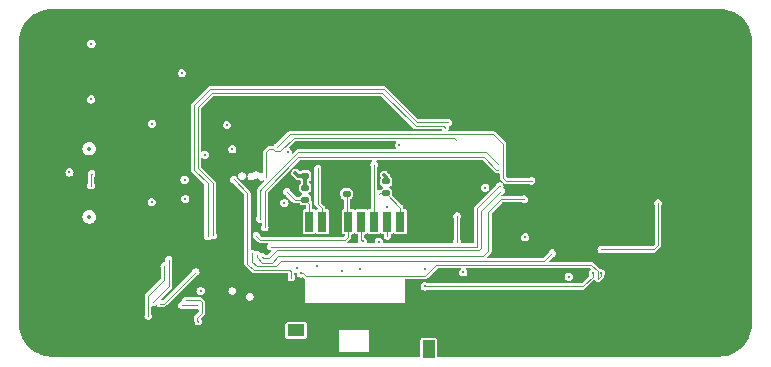
<source format=gbl>
%TF.GenerationSoftware,KiCad,Pcbnew,7.0.8*%
%TF.CreationDate,2024-04-11T13:26:55+03:00*%
%TF.ProjectId,rp2040DVI,72703230-3430-4445-9649-2e6b69636164,rev?*%
%TF.SameCoordinates,Original*%
%TF.FileFunction,Copper,L4,Bot*%
%TF.FilePolarity,Positive*%
%FSLAX46Y46*%
G04 Gerber Fmt 4.6, Leading zero omitted, Abs format (unit mm)*
G04 Created by KiCad (PCBNEW 7.0.8) date 2024-04-11 13:26:55*
%MOMM*%
%LPD*%
G01*
G04 APERTURE LIST*
G04 Aperture macros list*
%AMRoundRect*
0 Rectangle with rounded corners*
0 $1 Rounding radius*
0 $2 $3 $4 $5 $6 $7 $8 $9 X,Y pos of 4 corners*
0 Add a 4 corners polygon primitive as box body*
4,1,4,$2,$3,$4,$5,$6,$7,$8,$9,$2,$3,0*
0 Add four circle primitives for the rounded corners*
1,1,$1+$1,$2,$3*
1,1,$1+$1,$4,$5*
1,1,$1+$1,$6,$7*
1,1,$1+$1,$8,$9*
0 Add four rect primitives between the rounded corners*
20,1,$1+$1,$2,$3,$4,$5,0*
20,1,$1+$1,$4,$5,$6,$7,0*
20,1,$1+$1,$6,$7,$8,$9,0*
20,1,$1+$1,$8,$9,$2,$3,0*%
G04 Aperture macros list end*
%TA.AperFunction,ComponentPad*%
%ADD10C,0.700000*%
%TD*%
%TA.AperFunction,ComponentPad*%
%ADD11C,4.400000*%
%TD*%
%TA.AperFunction,ComponentPad*%
%ADD12O,3.300000X1.500000*%
%TD*%
%TA.AperFunction,ComponentPad*%
%ADD13O,2.300000X1.500000*%
%TD*%
%TA.AperFunction,ComponentPad*%
%ADD14O,2.100000X1.000000*%
%TD*%
%TA.AperFunction,ComponentPad*%
%ADD15O,1.800000X1.000000*%
%TD*%
%TA.AperFunction,SMDPad,CuDef*%
%ADD16RoundRect,0.135000X-0.185000X0.135000X-0.185000X-0.135000X0.185000X-0.135000X0.185000X0.135000X0*%
%TD*%
%TA.AperFunction,SMDPad,CuDef*%
%ADD17RoundRect,0.135000X0.185000X-0.135000X0.185000X0.135000X-0.185000X0.135000X-0.185000X-0.135000X0*%
%TD*%
%TA.AperFunction,SMDPad,CuDef*%
%ADD18RoundRect,0.140000X0.170000X-0.140000X0.170000X0.140000X-0.170000X0.140000X-0.170000X-0.140000X0*%
%TD*%
%TA.AperFunction,SMDPad,CuDef*%
%ADD19R,0.700000X1.750000*%
%TD*%
%TA.AperFunction,SMDPad,CuDef*%
%ADD20R,1.450000X1.000000*%
%TD*%
%TA.AperFunction,SMDPad,CuDef*%
%ADD21R,1.000000X1.550000*%
%TD*%
%TA.AperFunction,SMDPad,CuDef*%
%ADD22R,0.800000X1.500000*%
%TD*%
%TA.AperFunction,SMDPad,CuDef*%
%ADD23R,1.300000X1.500000*%
%TD*%
%TA.AperFunction,SMDPad,CuDef*%
%ADD24R,1.500000X1.500000*%
%TD*%
%TA.AperFunction,SMDPad,CuDef*%
%ADD25R,0.800000X1.400000*%
%TD*%
%TA.AperFunction,ViaPad*%
%ADD26C,0.300000*%
%TD*%
%TA.AperFunction,ViaPad*%
%ADD27C,0.150000*%
%TD*%
%TA.AperFunction,Conductor*%
%ADD28C,0.300000*%
%TD*%
%TA.AperFunction,Conductor*%
%ADD29C,0.120000*%
%TD*%
%ADD30C,0.150000*%
%ADD31C,0.149999*%
%ADD32C,0.350000*%
%ADD33O,2.700000X0.900000*%
%ADD34O,1.700000X0.900000*%
%ADD35O,1.700000X0.600000*%
%ADD36O,1.400000X0.600000*%
G04 APERTURE END LIST*
D10*
%TO.P,H2,1,1*%
%TO.N,GND*%
X207380000Y-103490000D03*
X207863274Y-102323274D03*
X207863274Y-104656726D03*
X209030000Y-101840000D03*
D11*
X209030000Y-103490000D03*
D10*
X209030000Y-105140000D03*
X210196726Y-102323274D03*
X210196726Y-104656726D03*
X210680000Y-103490000D03*
%TD*%
D12*
%TO.P,J1,SH,SH*%
%TO.N,GND*%
X202760000Y-84750000D03*
X202760000Y-99250000D03*
D13*
X208720000Y-84750000D03*
X208720000Y-99250000D03*
%TD*%
D10*
%TO.P,H1,1,1*%
%TO.N,GND*%
X207270000Y-79600000D03*
X207753274Y-78433274D03*
X207753274Y-80766726D03*
X208920000Y-77950000D03*
D11*
X208920000Y-79600000D03*
D10*
X208920000Y-81250000D03*
X210086726Y-78433274D03*
X210086726Y-80766726D03*
X210570000Y-79600000D03*
%TD*%
D14*
%TO.P,J2,S1,SHIELD*%
%TO.N,GND*%
X156365000Y-87020000D03*
D15*
X152185000Y-87020000D03*
D14*
X156365000Y-95660000D03*
D15*
X152185000Y-95660000D03*
%TD*%
D16*
%TO.P,R10,1*%
%TO.N,+3V3*%
X174150000Y-91750000D03*
%TO.P,R10,2*%
%TO.N,/SD_DAT1*%
X174150000Y-92770000D03*
%TD*%
D17*
%TO.P,R11,1*%
%TO.N,/SD_DAT2*%
X181000000Y-92250000D03*
%TO.P,R11,2*%
%TO.N,+3V3*%
X181000000Y-91230000D03*
%TD*%
%TO.P,R12,1*%
%TO.N,/GPIO5*%
X177650000Y-92270000D03*
%TO.P,R12,2*%
%TO.N,GND*%
X177650000Y-91250000D03*
%TD*%
D18*
%TO.P,C20,1*%
%TO.N,+3V3*%
X174150000Y-90750000D03*
%TO.P,C20,2*%
%TO.N,GND*%
X174150000Y-89790000D03*
%TD*%
D19*
%TO.P,J5,1,DAT2*%
%TO.N,/SD_DAT2*%
X182200000Y-94625000D03*
%TO.P,J5,2,DAT3/CD*%
%TO.N,/GPIO22*%
X181100000Y-94625000D03*
%TO.P,J5,3,CMD*%
%TO.N,/GPIO18*%
X180000000Y-94625000D03*
%TO.P,J5,4,VDD*%
%TO.N,+3V3*%
X178900000Y-94625000D03*
%TO.P,J5,5,CLK*%
%TO.N,/GPIO5*%
X177800000Y-94625000D03*
%TO.P,J5,6,VSS*%
%TO.N,GND*%
X176700000Y-94625000D03*
%TO.P,J5,7,DAT0*%
%TO.N,/GPIO19*%
X175600000Y-94625000D03*
%TO.P,J5,8,DAT1*%
%TO.N,/SD_DAT1*%
X174500000Y-94625000D03*
D20*
%TO.P,J5,9,DET_B*%
%TO.N,unconnected-(J5-DET_B-Pad9)*%
X173375000Y-103850000D03*
D21*
%TO.P,J5,10,DET_A*%
%TO.N,unconnected-(J5-DET_A-Pad10)*%
X184600000Y-105425000D03*
D22*
%TO.P,J5,11,SHIELD*%
%TO.N,GND*%
X173050000Y-102350000D03*
D23*
X173300000Y-94750000D03*
D24*
X184650000Y-94750000D03*
D25*
X185000000Y-103000000D03*
%TD*%
D26*
%TO.N,+3V3*%
X180848000Y-90678000D03*
X184310000Y-98670000D03*
X189380000Y-91770000D03*
X173320000Y-90520000D03*
X178800000Y-98610000D03*
X165650000Y-88970000D03*
D27*
X169450000Y-101000000D03*
D26*
X163710000Y-82060000D03*
X173430000Y-98600000D03*
X181102000Y-93400500D03*
X192760000Y-95960000D03*
X179000000Y-96299500D03*
X163936113Y-91090817D03*
X163990000Y-92709500D03*
X156050000Y-79570000D03*
X175150000Y-98389500D03*
X161150000Y-92970000D03*
X182090000Y-88150000D03*
X187520000Y-98920000D03*
X172650000Y-88740000D03*
D27*
X167980000Y-100500000D03*
D26*
X167520000Y-86460000D03*
X165290000Y-100500000D03*
X172390000Y-93050000D03*
X177243650Y-98840962D03*
X167970000Y-88500000D03*
X180380000Y-96330500D03*
%TO.N,GND*%
X170710000Y-100000000D03*
X204680000Y-92360000D03*
X173660000Y-99660000D03*
X154120000Y-88410000D03*
X183140000Y-94780000D03*
X184912000Y-91948000D03*
X185420000Y-91186000D03*
X187500000Y-84680000D03*
X190180000Y-94710000D03*
X186180000Y-94810000D03*
X163500000Y-89670000D03*
X168540000Y-99280000D03*
X176120000Y-101920000D03*
X174780000Y-91270000D03*
X183388000Y-102870000D03*
X184912000Y-90424000D03*
X163530000Y-90800000D03*
D27*
X163570000Y-79770000D03*
D26*
X152510000Y-88770000D03*
X186690000Y-91186000D03*
X163370000Y-93650000D03*
X158800000Y-95580000D03*
X154020000Y-100940000D03*
X203930000Y-87980000D03*
X177948018Y-96330500D03*
X191980000Y-94030000D03*
X185674000Y-90424000D03*
X186690000Y-90170000D03*
X163390000Y-92940000D03*
X171110000Y-101600000D03*
X181120000Y-90020000D03*
X186690000Y-90678000D03*
X171760000Y-102970000D03*
X188280000Y-85190000D03*
X168570000Y-86740000D03*
X169810000Y-86830000D03*
X185928000Y-91186000D03*
X177030000Y-102520000D03*
X175599500Y-92920000D03*
D27*
X160010000Y-80160000D03*
D26*
X157870000Y-104240000D03*
X163610000Y-88450000D03*
X176080000Y-92250000D03*
X171720000Y-99970000D03*
X158160000Y-87660000D03*
X204770000Y-95400000D03*
X179650000Y-79460000D03*
X181710000Y-85800000D03*
X175370000Y-85360000D03*
X167460000Y-95340000D03*
X158580000Y-88160000D03*
X153340000Y-85280000D03*
X185420000Y-91694000D03*
X178990000Y-85390000D03*
X203730000Y-90950000D03*
D27*
X160270000Y-84160000D03*
D26*
X178770000Y-88340500D03*
X184912000Y-91186000D03*
X203910000Y-89490000D03*
X183990000Y-81510000D03*
%TO.N,+5V*%
X156020000Y-84290000D03*
X154190000Y-90470000D03*
X161180000Y-86330000D03*
X196470000Y-99290000D03*
D27*
%TO.N,Net-(J1-CK-)*%
X199220000Y-96990000D03*
X204030000Y-93070000D03*
D26*
%TO.N,/SCL*%
X198500000Y-99010500D03*
X184280000Y-100120000D03*
%TO.N,/SDA*%
X199158861Y-98978540D03*
X173780315Y-99009500D03*
D27*
%TO.N,/USB_D-*%
X156060000Y-90580000D03*
X156020000Y-91580000D03*
%TO.N,/SD_DAT2*%
X180390000Y-92310000D03*
X169585000Y-90810000D03*
%TO.N,/GPIO22*%
X168800000Y-90770000D03*
X181110000Y-95860000D03*
%TO.N,/GPIO18*%
X170450000Y-90840000D03*
X179990000Y-89810000D03*
%TO.N,/GPIO5*%
X170020000Y-95840000D03*
%TO.N,/GPIO19*%
X175190000Y-90100000D03*
%TO.N,/SD_DAT1*%
X172570000Y-92090000D03*
X169970000Y-90680000D03*
%TO.N,/QSPI_SS*%
X161860000Y-101570000D03*
X164870000Y-98890000D03*
%TO.N,/DVI_D2+*%
X170300000Y-94390000D03*
X190460000Y-89750000D03*
%TO.N,/DVI_D2-*%
X190500000Y-90230000D03*
X170720000Y-95120000D03*
%TO.N,/DVI_D1+*%
X170855000Y-90895000D03*
X186910000Y-87750000D03*
%TO.N,/DVI_D1-*%
X193310000Y-91180000D03*
X171780000Y-88310000D03*
%TO.N,/DVI_D0+*%
X190610000Y-91610000D03*
X171230000Y-96740000D03*
%TO.N,/DVI_D0-*%
X190720000Y-92030000D03*
X170510000Y-97590000D03*
%TO.N,/DVI_CK+*%
X170040000Y-97430000D03*
X192680000Y-92740000D03*
%TO.N,/DVI_CK-*%
X195080000Y-97300000D03*
X169640000Y-97330000D03*
%TO.N,/QSPI_SD1*%
X161250000Y-101470000D03*
X162580000Y-97840000D03*
%TO.N,/QSPI_SD2*%
X162210000Y-98400000D03*
X160858406Y-102628406D03*
%TO.N,/QSPI_SCLK*%
X164040000Y-101300000D03*
X165100000Y-103090000D03*
%TO.N,/QSPI_SD3*%
X165000000Y-101730000D03*
X163690000Y-101700000D03*
%TO.N,/INT1*%
X168090000Y-91040000D03*
X172980000Y-99370000D03*
%TO.N,/BOOT*%
X187000000Y-96330000D03*
X187000000Y-94160000D03*
%TO.N,/C3_RXD*%
X165880000Y-95880000D03*
X186230000Y-86230000D03*
%TO.N,/C3_TXD*%
X166330000Y-95790000D03*
X186000000Y-86680000D03*
%TD*%
D28*
%TO.N,+3V3*%
X173550000Y-90750000D02*
X173320000Y-90520000D01*
D29*
X178900000Y-96199500D02*
X179000000Y-96299500D01*
D28*
X181000000Y-91230000D02*
X181000000Y-90830000D01*
X174150000Y-91750000D02*
X174150000Y-90750000D01*
X174150000Y-90750000D02*
X173550000Y-90750000D01*
D29*
X178900000Y-94625000D02*
X178900000Y-96199500D01*
D28*
X181000000Y-91132500D02*
X181000000Y-91230000D01*
X181000000Y-90830000D02*
X180848000Y-90678000D01*
%TO.N,GND*%
X186120000Y-94750000D02*
X186180000Y-94810000D01*
X184650000Y-94750000D02*
X186120000Y-94750000D01*
X183518000Y-103000000D02*
X183388000Y-102870000D01*
X185000000Y-103000000D02*
X183518000Y-103000000D01*
D29*
%TO.N,Net-(J1-CK-)*%
X199220000Y-96990000D02*
X203650000Y-96990000D01*
X204030000Y-96610000D02*
X204030000Y-93070000D01*
X203650000Y-96990000D02*
X204030000Y-96610000D01*
%TO.N,/SCL*%
X198500000Y-99290000D02*
X197760000Y-100030000D01*
X198500000Y-99010500D02*
X198500000Y-99290000D01*
X197670000Y-100120000D02*
X197760000Y-100030000D01*
X184280000Y-100120000D02*
X197670000Y-100120000D01*
%TO.N,/SDA*%
X199158861Y-99231139D02*
X198910000Y-99480000D01*
X184308866Y-99250962D02*
X174240962Y-99250962D01*
X174240962Y-99250962D02*
X173999500Y-99009500D01*
X199158861Y-98978540D02*
X199158861Y-99231139D01*
X185259828Y-98300000D02*
X184308866Y-99250962D01*
X173999500Y-99009500D02*
X173780315Y-99009500D01*
X198910000Y-99480000D02*
X198910000Y-98840672D01*
X198369328Y-98300000D02*
X185259828Y-98300000D01*
X198910000Y-98840672D02*
X198369328Y-98300000D01*
%TO.N,/USB_D-*%
X156010000Y-90630000D02*
X156060000Y-90580000D01*
X156010000Y-91590000D02*
X156010000Y-90630000D01*
%TO.N,/SD_DAT2*%
X180450000Y-92250000D02*
X180390000Y-92310000D01*
X181000000Y-92250000D02*
X182200000Y-93450000D01*
X181000000Y-92250000D02*
X180450000Y-92250000D01*
X182200000Y-93450000D02*
X182200000Y-94625000D01*
%TO.N,/GPIO22*%
X181100000Y-94625000D02*
X181100000Y-95850000D01*
X181100000Y-95850000D02*
X181110000Y-95860000D01*
%TO.N,/GPIO18*%
X180000000Y-94625000D02*
X180000000Y-89820000D01*
X180000000Y-89820000D02*
X179990000Y-89810000D01*
%TO.N,/GPIO5*%
X177650000Y-92270000D02*
X177650000Y-94475000D01*
X170340000Y-96160000D02*
X170020000Y-95840000D01*
X177800000Y-94625000D02*
X177800000Y-95900000D01*
X177800000Y-95900000D02*
X177540000Y-96160000D01*
X177650000Y-94475000D02*
X177800000Y-94625000D01*
X177540000Y-96160000D02*
X170340000Y-96160000D01*
%TO.N,/GPIO19*%
X175190000Y-93110000D02*
X175190000Y-90100000D01*
X175600000Y-93520000D02*
X175370000Y-93290000D01*
X175600000Y-94625000D02*
X175600000Y-93520000D01*
X175370000Y-93290000D02*
X175190000Y-93110000D01*
%TO.N,/SD_DAT1*%
X174150000Y-92770000D02*
X174500000Y-93120000D01*
X174500000Y-93120000D02*
X174500000Y-94625000D01*
X173250000Y-92770000D02*
X172570000Y-92090000D01*
X174150000Y-92770000D02*
X173250000Y-92770000D01*
%TO.N,/QSPI_SS*%
X164870000Y-98890000D02*
X162190000Y-101570000D01*
X162190000Y-101570000D02*
X161860000Y-101570000D01*
%TO.N,/DVI_D2+*%
X173550000Y-88750000D02*
X170440000Y-91860000D01*
X189460000Y-88750000D02*
X173550000Y-88750000D01*
X190460000Y-89750000D02*
X189460000Y-88750000D01*
X170440000Y-91860000D02*
X170300000Y-92000000D01*
X170300000Y-92000000D02*
X170300000Y-94390000D01*
%TO.N,/DVI_D2-*%
X189270000Y-89180000D02*
X173572548Y-89180000D01*
X190320000Y-90230000D02*
X189270000Y-89180000D01*
X173572548Y-89180000D02*
X170720000Y-92032548D01*
X170720000Y-92032548D02*
X170720000Y-95120000D01*
X190500000Y-90230000D02*
X190320000Y-90230000D01*
%TO.N,/DVI_D1+*%
X172035000Y-88695000D02*
X173170000Y-87560000D01*
X171620527Y-88695000D02*
X172035000Y-88695000D01*
X186720000Y-87560000D02*
X186910000Y-87750000D01*
X171395000Y-88469473D02*
X171620527Y-88695000D01*
X171118527Y-88469473D02*
X171395000Y-88469473D01*
X173170000Y-87560000D02*
X186720000Y-87560000D01*
X170855000Y-90895000D02*
X170855000Y-88733000D01*
X170855000Y-88733000D02*
X171118527Y-88469473D01*
%TO.N,/DVI_D1-*%
X193310000Y-91180000D02*
X191160000Y-91180000D01*
X190070000Y-87240000D02*
X172850000Y-87240000D01*
X172850000Y-87240000D02*
X171780000Y-88310000D01*
X191160000Y-91180000D02*
X190885000Y-90905000D01*
X190885000Y-90905000D02*
X190885000Y-88055000D01*
X190885000Y-88055000D02*
X190070000Y-87240000D01*
%TO.N,/DVI_D0+*%
X171230000Y-96740000D02*
X188710000Y-96740000D01*
X188710000Y-93495527D02*
X190595527Y-91610000D01*
X190595527Y-91610000D02*
X190610000Y-91610000D01*
X188710000Y-96740000D02*
X188710000Y-93495527D01*
%TO.N,/DVI_D0-*%
X189030000Y-93720000D02*
X190720000Y-92030000D01*
X170660000Y-97740000D02*
X171060000Y-97740000D01*
X189030000Y-96872548D02*
X189030000Y-93720000D01*
X188842548Y-97060000D02*
X189030000Y-96872548D01*
X170510000Y-97590000D02*
X170660000Y-97740000D01*
X171060000Y-97740000D02*
X171740000Y-97060000D01*
X171740000Y-97060000D02*
X188842548Y-97060000D01*
%TO.N,/DVI_CK+*%
X170040000Y-97664473D02*
X170475527Y-98100000D01*
X170040000Y-97430000D02*
X170040000Y-97664473D01*
X189660000Y-97150000D02*
X189660000Y-93790000D01*
X170475527Y-98100000D02*
X171320000Y-98100000D01*
X189660000Y-93790000D02*
X190710000Y-92740000D01*
X190710000Y-92740000D02*
X192680000Y-92740000D01*
X171320000Y-98100000D02*
X171840000Y-97580000D01*
X171840000Y-97580000D02*
X189230000Y-97580000D01*
X189230000Y-97580000D02*
X189660000Y-97150000D01*
%TO.N,/DVI_CK-*%
X194400000Y-97980000D02*
X195080000Y-97300000D01*
X171660000Y-98420000D02*
X172100000Y-97980000D01*
X169680000Y-97730000D02*
X169680000Y-98030000D01*
X170070000Y-98420000D02*
X171660000Y-98420000D01*
X169640000Y-97330000D02*
X169640000Y-97690000D01*
X169680000Y-98030000D02*
X170070000Y-98420000D01*
X172100000Y-97980000D02*
X194400000Y-97980000D01*
X169640000Y-97690000D02*
X169680000Y-97730000D01*
%TO.N,/QSPI_SD1*%
X161250000Y-101470000D02*
X162595000Y-100125000D01*
X162595000Y-97855000D02*
X162580000Y-97840000D01*
X162595000Y-100125000D02*
X162595000Y-97855000D01*
%TO.N,/QSPI_SD2*%
X160860000Y-101634473D02*
X160865000Y-101629473D01*
X160865000Y-101629473D02*
X160865000Y-100895000D01*
X160865000Y-100895000D02*
X162210000Y-99550000D01*
X162210000Y-99550000D02*
X162210000Y-98400000D01*
X160858406Y-102628406D02*
X160860000Y-102626812D01*
X160860000Y-102626812D02*
X160860000Y-101634473D01*
%TO.N,/QSPI_SCLK*%
X165385000Y-102355000D02*
X164970000Y-102770000D01*
X165385000Y-101465000D02*
X165385000Y-102355000D01*
X164970000Y-102770000D02*
X164970000Y-102960000D01*
X165310000Y-101390000D02*
X165385000Y-101465000D01*
X164970000Y-102960000D02*
X165100000Y-103090000D01*
X164040000Y-101300000D02*
X165220000Y-101300000D01*
X165220000Y-101300000D02*
X165310000Y-101390000D01*
%TO.N,/QSPI_SD3*%
X163720000Y-101730000D02*
X163690000Y-101700000D01*
X165000000Y-101730000D02*
X163720000Y-101730000D01*
%TO.N,/INT1*%
X172980000Y-99370000D02*
X172980000Y-98860000D01*
X169340000Y-98270000D02*
X169255000Y-98185000D01*
X169810000Y-98740000D02*
X169340000Y-98270000D01*
X169255000Y-92205000D02*
X168090000Y-91040000D01*
X172980000Y-98860000D02*
X172860000Y-98740000D01*
X172860000Y-98740000D02*
X169810000Y-98740000D01*
X169255000Y-98185000D02*
X169255000Y-92205000D01*
%TO.N,/BOOT*%
X187000000Y-94160000D02*
X187000000Y-96330000D01*
%TO.N,/C3_RXD*%
X180820000Y-83430000D02*
X181920000Y-84530000D01*
X164750000Y-84790000D02*
X166110000Y-83430000D01*
X166110000Y-83430000D02*
X180820000Y-83430000D01*
X164750000Y-90260000D02*
X164750000Y-84790000D01*
X165880000Y-95880000D02*
X165880000Y-91390000D01*
X183620000Y-86230000D02*
X186230000Y-86230000D01*
X181920000Y-84530000D02*
X183620000Y-86230000D01*
X165880000Y-91390000D02*
X164750000Y-90260000D01*
%TO.N,/C3_TXD*%
X166330000Y-91360000D02*
X165070000Y-90100000D01*
X165070000Y-90100000D02*
X165070000Y-84960000D01*
X180687452Y-83750000D02*
X183487452Y-86550000D01*
X166280000Y-83750000D02*
X180687452Y-83750000D01*
X183487452Y-86550000D02*
X185870000Y-86550000D01*
X185870000Y-86550000D02*
X186000000Y-86680000D01*
X165070000Y-84960000D02*
X166280000Y-83750000D01*
X166330000Y-95790000D02*
X166330000Y-91360000D01*
%TD*%
%TA.AperFunction,Conductor*%
%TO.N,GND*%
G36*
X178377223Y-95609024D02*
G01*
X178390742Y-95622543D01*
X178405447Y-95644552D01*
X178432012Y-95662301D01*
X178471769Y-95688867D01*
X178530252Y-95700500D01*
X178590500Y-95700500D01*
X178625148Y-95714852D01*
X178639500Y-95749500D01*
X178639500Y-96169017D01*
X178638559Y-96178575D01*
X178634397Y-96199500D01*
X178639500Y-96225154D01*
X178646318Y-96259433D01*
X178647483Y-96265289D01*
X178647821Y-96282510D01*
X178645131Y-96299498D01*
X178645131Y-96299500D01*
X178652782Y-96347807D01*
X178662501Y-96409165D01*
X178663692Y-96412830D01*
X178662431Y-96413239D01*
X178664980Y-96445643D01*
X178640623Y-96474160D01*
X178618379Y-96479500D01*
X177692252Y-96479500D01*
X177657604Y-96465148D01*
X177643252Y-96430500D01*
X177657604Y-96395852D01*
X177665031Y-96389757D01*
X177668694Y-96387309D01*
X177727810Y-96347810D01*
X177739667Y-96330063D01*
X177745751Y-96322649D01*
X177962650Y-96105751D01*
X177970069Y-96099663D01*
X177987810Y-96087810D01*
X178045385Y-96001642D01*
X178049363Y-95981642D01*
X178054091Y-95957876D01*
X178065604Y-95900002D01*
X178065604Y-95899998D01*
X178061442Y-95879076D01*
X178060500Y-95869516D01*
X178060500Y-95749500D01*
X178074852Y-95714852D01*
X178109500Y-95700500D01*
X178169745Y-95700500D01*
X178169748Y-95700500D01*
X178228231Y-95688867D01*
X178294552Y-95644552D01*
X178309258Y-95622542D01*
X178340440Y-95601708D01*
X178377223Y-95609024D01*
G37*
%TD.AperFunction*%
%TA.AperFunction,Conductor*%
G36*
X181840170Y-87834852D02*
G01*
X181854522Y-87869500D01*
X181840170Y-87904148D01*
X181802905Y-87941412D01*
X181802903Y-87941415D01*
X181752500Y-88040338D01*
X181735131Y-88150000D01*
X181752500Y-88259661D01*
X181802903Y-88358584D01*
X181802905Y-88358587D01*
X181850170Y-88405852D01*
X181864522Y-88440500D01*
X181850170Y-88475148D01*
X181815522Y-88489500D01*
X173580479Y-88489500D01*
X173570919Y-88488558D01*
X173550001Y-88484397D01*
X173549999Y-88484397D01*
X173524346Y-88489500D01*
X173448358Y-88504615D01*
X173362189Y-88562190D01*
X173362188Y-88562191D01*
X173350334Y-88579931D01*
X173344242Y-88587354D01*
X173076363Y-88855233D01*
X173041715Y-88869585D01*
X173007067Y-88855233D01*
X172992715Y-88820585D01*
X172993316Y-88812937D01*
X173004869Y-88740000D01*
X172987500Y-88630339D01*
X172937095Y-88531413D01*
X172858587Y-88452905D01*
X172858584Y-88452903D01*
X172819197Y-88432835D01*
X172777513Y-88411596D01*
X172753157Y-88383079D01*
X172756099Y-88345692D01*
X172765108Y-88333293D01*
X173263550Y-87834852D01*
X173298198Y-87820500D01*
X181805522Y-87820500D01*
X181840170Y-87834852D01*
G37*
%TD.AperFunction*%
%TA.AperFunction,Conductor*%
G36*
X209211595Y-76620532D02*
G01*
X209521487Y-76636971D01*
X209524196Y-76637268D01*
X209829574Y-76688249D01*
X209832243Y-76688850D01*
X210129978Y-76773773D01*
X210132562Y-76774670D01*
X210418877Y-76892455D01*
X210421334Y-76893630D01*
X210592803Y-76987906D01*
X210692636Y-77042797D01*
X210694972Y-77044258D01*
X210947804Y-77222905D01*
X210949960Y-77224617D01*
X211181163Y-77430511D01*
X211183094Y-77432435D01*
X211389744Y-77662973D01*
X211391463Y-77665123D01*
X211570941Y-77917387D01*
X211572399Y-77919702D01*
X211719103Y-78184481D01*
X211722439Y-78190501D01*
X211723636Y-78192983D01*
X211842346Y-78478902D01*
X211843258Y-78481502D01*
X211929138Y-78778927D01*
X211929752Y-78781613D01*
X211981723Y-79086801D01*
X211982032Y-79089539D01*
X211999461Y-79399060D01*
X211999499Y-79400449D01*
X211988106Y-103214170D01*
X211987922Y-103216558D01*
X211988081Y-103265925D01*
X211988047Y-103267302D01*
X211971612Y-103577164D01*
X211971312Y-103579903D01*
X211920334Y-103885256D01*
X211919729Y-103887944D01*
X211834814Y-104185659D01*
X211833914Y-104188253D01*
X211759253Y-104369744D01*
X211716135Y-104474556D01*
X211714946Y-104477041D01*
X211565787Y-104748326D01*
X211564326Y-104750662D01*
X211385679Y-105003494D01*
X211383965Y-105005652D01*
X211178081Y-105236844D01*
X211176138Y-105238793D01*
X211076967Y-105327688D01*
X210945610Y-105445433D01*
X210943459Y-105447153D01*
X210691207Y-105626623D01*
X210688875Y-105628091D01*
X210418086Y-105778125D01*
X210415605Y-105779322D01*
X210129680Y-105898032D01*
X210127081Y-105898944D01*
X209829656Y-105984824D01*
X209826970Y-105985438D01*
X209521780Y-106037407D01*
X209519043Y-106037716D01*
X209209364Y-106055151D01*
X209208001Y-106055189D01*
X209207528Y-106055190D01*
X209159114Y-106055190D01*
X209158980Y-106055200D01*
X185349511Y-106060624D01*
X185314860Y-106046280D01*
X185300500Y-106011635D01*
X185300500Y-104630255D01*
X185300500Y-104630252D01*
X185288867Y-104571769D01*
X185262301Y-104532012D01*
X185244552Y-104505447D01*
X185200234Y-104475835D01*
X185178231Y-104461133D01*
X185119748Y-104449500D01*
X184080252Y-104449500D01*
X184021769Y-104461133D01*
X183955447Y-104505447D01*
X183911133Y-104571769D01*
X183899500Y-104630252D01*
X183899500Y-104630255D01*
X183899500Y-106011966D01*
X183885148Y-106046614D01*
X183850511Y-106060966D01*
X152765666Y-106068048D01*
X152763717Y-106067898D01*
X152717696Y-106068048D01*
X152714090Y-106068059D01*
X152712735Y-106068026D01*
X152593888Y-106061728D01*
X152402860Y-106051604D01*
X152400121Y-106051304D01*
X152225986Y-106022240D01*
X152094755Y-106000338D01*
X152092076Y-105999734D01*
X151794364Y-105914828D01*
X151791761Y-105913925D01*
X151505444Y-105796150D01*
X151502959Y-105794960D01*
X151501812Y-105794329D01*
X151231679Y-105645812D01*
X151229349Y-105644355D01*
X150976496Y-105465699D01*
X150974343Y-105463988D01*
X150743139Y-105258096D01*
X150741208Y-105256172D01*
X150534551Y-105025625D01*
X150532840Y-105023485D01*
X150353359Y-104771214D01*
X150351906Y-104768908D01*
X150201862Y-104498090D01*
X150200666Y-104495612D01*
X150148412Y-104369748D01*
X172449500Y-104369748D01*
X172461133Y-104428231D01*
X172475345Y-104449500D01*
X172505447Y-104494552D01*
X172532012Y-104512301D01*
X172571769Y-104538867D01*
X172630252Y-104550500D01*
X172630255Y-104550500D01*
X174119745Y-104550500D01*
X174119748Y-104550500D01*
X174178231Y-104538867D01*
X174244552Y-104494552D01*
X174288867Y-104428231D01*
X174300500Y-104369748D01*
X174300500Y-103850000D01*
X177050000Y-103850000D01*
X177050000Y-105700000D01*
X179550000Y-105700000D01*
X179550000Y-103850000D01*
X177050000Y-103850000D01*
X174300500Y-103850000D01*
X174300500Y-103330252D01*
X174288867Y-103271769D01*
X174262301Y-103232012D01*
X174244552Y-103205447D01*
X174204795Y-103178882D01*
X174178231Y-103161133D01*
X174119748Y-103149500D01*
X172630252Y-103149500D01*
X172571769Y-103161133D01*
X172505447Y-103205447D01*
X172465038Y-103265925D01*
X172461133Y-103271769D01*
X172449500Y-103330252D01*
X172449500Y-104369748D01*
X150148412Y-104369748D01*
X150081958Y-104209680D01*
X150081053Y-104207102D01*
X149995175Y-103909652D01*
X149994563Y-103906979D01*
X149942600Y-103601776D01*
X149942292Y-103599040D01*
X149924895Y-103289835D01*
X149924856Y-103288458D01*
X149924856Y-103265653D01*
X149924857Y-103240970D01*
X149924856Y-103240967D01*
X149924856Y-103237074D01*
X149924849Y-103236986D01*
X149924774Y-102628406D01*
X160527885Y-102628406D01*
X160547818Y-102741453D01*
X160605210Y-102840858D01*
X160605212Y-102840861D01*
X160693145Y-102914646D01*
X160801012Y-102953906D01*
X160801013Y-102953906D01*
X160915799Y-102953906D01*
X160915800Y-102953906D01*
X161023667Y-102914646D01*
X161111600Y-102840861D01*
X161168994Y-102741451D01*
X161188927Y-102628406D01*
X161168994Y-102515361D01*
X161168993Y-102515359D01*
X161168993Y-102515358D01*
X161127065Y-102442736D01*
X161120500Y-102418236D01*
X161120500Y-101839234D01*
X161134852Y-101804586D01*
X161169500Y-101790234D01*
X161186257Y-101793189D01*
X161192606Y-101795500D01*
X161192607Y-101795500D01*
X161307393Y-101795500D01*
X161307394Y-101795500D01*
X161415261Y-101756240D01*
X161489367Y-101694056D01*
X161525131Y-101682780D01*
X161558397Y-101700097D01*
X161563296Y-101707094D01*
X161592576Y-101757808D01*
X161606806Y-101782455D01*
X161694739Y-101856240D01*
X161802606Y-101895500D01*
X161802607Y-101895500D01*
X161917393Y-101895500D01*
X161917394Y-101895500D01*
X162025261Y-101856240D01*
X162042275Y-101841963D01*
X162073771Y-101830500D01*
X162159521Y-101830500D01*
X162169081Y-101831442D01*
X162189999Y-101835603D01*
X162190000Y-101835603D01*
X162190003Y-101835603D01*
X162291639Y-101815386D01*
X162291639Y-101815385D01*
X162291642Y-101815385D01*
X162321402Y-101795500D01*
X162377810Y-101757810D01*
X162389665Y-101740066D01*
X162395753Y-101732647D01*
X162428400Y-101700000D01*
X163359479Y-101700000D01*
X163379412Y-101813047D01*
X163404350Y-101856240D01*
X163436806Y-101912455D01*
X163524739Y-101986240D01*
X163632606Y-102025500D01*
X163632607Y-102025500D01*
X163747393Y-102025500D01*
X163747394Y-102025500D01*
X163835438Y-101993454D01*
X163852197Y-101990500D01*
X164786229Y-101990500D01*
X164817724Y-102001963D01*
X164834739Y-102016240D01*
X164942606Y-102055500D01*
X164942607Y-102055500D01*
X165057393Y-102055500D01*
X165057394Y-102055500D01*
X165058737Y-102055011D01*
X165059885Y-102055061D01*
X165061616Y-102054756D01*
X165061683Y-102055139D01*
X165096203Y-102056643D01*
X165121543Y-102084290D01*
X165124500Y-102101054D01*
X165124500Y-102226800D01*
X165110148Y-102261448D01*
X164807355Y-102564240D01*
X164799933Y-102570332D01*
X164782193Y-102582187D01*
X164782189Y-102582190D01*
X164751310Y-102628406D01*
X164724613Y-102668360D01*
X164704397Y-102769997D01*
X164704397Y-102770001D01*
X164708558Y-102790918D01*
X164709500Y-102800478D01*
X164709500Y-102929517D01*
X164708559Y-102939076D01*
X164704397Y-102960001D01*
X164704397Y-102960002D01*
X164722268Y-103049846D01*
X164724614Y-103061641D01*
X164724615Y-103061643D01*
X164773045Y-103134124D01*
X164780558Y-103152838D01*
X164789411Y-103203044D01*
X164839127Y-103289155D01*
X164846806Y-103302455D01*
X164934739Y-103376240D01*
X165042606Y-103415500D01*
X165042607Y-103415500D01*
X165157393Y-103415500D01*
X165157394Y-103415500D01*
X165265261Y-103376240D01*
X165353194Y-103302455D01*
X165410588Y-103203045D01*
X165430521Y-103090000D01*
X165410588Y-102976955D01*
X165410587Y-102976953D01*
X165410587Y-102976952D01*
X165353195Y-102877546D01*
X165353193Y-102877543D01*
X165327637Y-102856099D01*
X165310320Y-102822833D01*
X165321598Y-102787066D01*
X165324475Y-102783926D01*
X165547650Y-102560751D01*
X165555069Y-102554663D01*
X165572810Y-102542810D01*
X165630385Y-102456642D01*
X165638479Y-102415951D01*
X165650604Y-102355000D01*
X165646442Y-102334076D01*
X165645500Y-102324516D01*
X165645500Y-101495478D01*
X165646442Y-101485918D01*
X165650603Y-101465001D01*
X165650603Y-101464997D01*
X165630386Y-101363360D01*
X165605089Y-101325500D01*
X165572810Y-101277190D01*
X165572807Y-101277187D01*
X165555068Y-101265335D01*
X165547643Y-101259241D01*
X165425758Y-101137356D01*
X165419664Y-101129930D01*
X165407811Y-101112190D01*
X165364726Y-101083402D01*
X165321642Y-101054615D01*
X165245654Y-101039500D01*
X165220001Y-101034397D01*
X165219999Y-101034397D01*
X165199081Y-101038558D01*
X165189521Y-101039500D01*
X164253771Y-101039500D01*
X164222275Y-101028036D01*
X164205261Y-101013760D01*
X164205259Y-101013759D01*
X164167455Y-101000000D01*
X169119479Y-101000000D01*
X169139412Y-101113047D01*
X169196804Y-101212452D01*
X169196806Y-101212455D01*
X169284739Y-101286240D01*
X169392606Y-101325500D01*
X169392607Y-101325500D01*
X169507393Y-101325500D01*
X169507394Y-101325500D01*
X169615261Y-101286240D01*
X169703194Y-101212455D01*
X169760588Y-101113045D01*
X169780521Y-101000000D01*
X169760588Y-100886955D01*
X169760587Y-100886953D01*
X169760587Y-100886952D01*
X169703195Y-100787547D01*
X169703194Y-100787545D01*
X169615261Y-100713760D01*
X169507394Y-100674500D01*
X169392606Y-100674500D01*
X169284737Y-100713760D01*
X169196808Y-100787541D01*
X169196804Y-100787546D01*
X169139412Y-100886952D01*
X169119479Y-101000000D01*
X164167455Y-101000000D01*
X164135996Y-100988550D01*
X164097394Y-100974500D01*
X163982606Y-100974500D01*
X163874737Y-101013760D01*
X163786808Y-101087541D01*
X163786804Y-101087546D01*
X163729412Y-101186952D01*
X163709479Y-101300000D01*
X163712475Y-101316992D01*
X163704357Y-101353606D01*
X163672727Y-101373756D01*
X163664219Y-101374500D01*
X163632606Y-101374500D01*
X163524737Y-101413760D01*
X163436808Y-101487541D01*
X163436804Y-101487546D01*
X163379412Y-101586952D01*
X163359479Y-101700000D01*
X162428400Y-101700000D01*
X163628400Y-100500000D01*
X164935131Y-100500000D01*
X164952500Y-100609661D01*
X165002192Y-100707189D01*
X165002905Y-100708587D01*
X165081413Y-100787095D01*
X165180339Y-100837500D01*
X165290000Y-100854869D01*
X165399661Y-100837500D01*
X165498587Y-100787095D01*
X165577095Y-100708587D01*
X165627500Y-100609661D01*
X165644869Y-100500000D01*
X167649479Y-100500000D01*
X167669412Y-100613047D01*
X167723766Y-100707190D01*
X167726806Y-100712455D01*
X167814739Y-100786240D01*
X167922606Y-100825500D01*
X167922607Y-100825500D01*
X168037393Y-100825500D01*
X168037394Y-100825500D01*
X168145261Y-100786240D01*
X168233194Y-100712455D01*
X168290588Y-100613045D01*
X168310521Y-100500000D01*
X168290588Y-100386955D01*
X168290587Y-100386953D01*
X168290587Y-100386952D01*
X168235427Y-100291413D01*
X168233194Y-100287545D01*
X168145261Y-100213760D01*
X168037394Y-100174500D01*
X167922606Y-100174500D01*
X167814737Y-100213760D01*
X167726808Y-100287541D01*
X167726804Y-100287546D01*
X167669412Y-100386952D01*
X167649479Y-100500000D01*
X165644869Y-100500000D01*
X165627500Y-100390339D01*
X165577095Y-100291413D01*
X165498587Y-100212905D01*
X165498584Y-100212903D01*
X165399661Y-100162500D01*
X165290000Y-100145131D01*
X165180338Y-100162500D01*
X165081415Y-100212903D01*
X165081412Y-100212905D01*
X165002905Y-100291412D01*
X165002903Y-100291415D01*
X164952500Y-100390338D01*
X164935131Y-100500000D01*
X163628400Y-100500000D01*
X164898876Y-99229525D01*
X164925014Y-99215919D01*
X164927389Y-99215500D01*
X164927394Y-99215500D01*
X165035261Y-99176240D01*
X165123194Y-99102455D01*
X165180588Y-99003045D01*
X165200521Y-98890000D01*
X165180588Y-98776955D01*
X165180587Y-98776953D01*
X165180587Y-98776952D01*
X165123195Y-98677547D01*
X165123194Y-98677545D01*
X165069994Y-98632905D01*
X165035261Y-98603760D01*
X164976849Y-98582500D01*
X164927394Y-98564500D01*
X164812606Y-98564500D01*
X164704737Y-98603760D01*
X164616808Y-98677541D01*
X164616804Y-98677546D01*
X164559411Y-98776955D01*
X164550269Y-98828796D01*
X164536662Y-98854934D01*
X162101910Y-101289687D01*
X162067262Y-101304039D01*
X162035766Y-101292574D01*
X162025261Y-101283760D01*
X162025259Y-101283759D01*
X161957895Y-101259241D01*
X161935787Y-101251194D01*
X161908138Y-101225859D01*
X161906502Y-101188391D01*
X161917897Y-101170504D01*
X162757647Y-100330753D01*
X162765066Y-100324665D01*
X162782810Y-100312810D01*
X162840385Y-100226642D01*
X162855500Y-100150654D01*
X162860603Y-100125000D01*
X162856440Y-100104075D01*
X162855500Y-100094517D01*
X162855500Y-98026948D01*
X162862065Y-98002448D01*
X162890587Y-97953047D01*
X162890587Y-97953046D01*
X162890588Y-97953045D01*
X162910521Y-97840000D01*
X162890588Y-97726955D01*
X162890587Y-97726953D01*
X162890587Y-97726952D01*
X162833195Y-97627547D01*
X162833194Y-97627545D01*
X162745261Y-97553760D01*
X162637394Y-97514500D01*
X162522606Y-97514500D01*
X162414737Y-97553760D01*
X162326808Y-97627541D01*
X162326804Y-97627546D01*
X162269412Y-97726952D01*
X162249479Y-97840000D01*
X162269412Y-97953047D01*
X162297098Y-98001000D01*
X162301993Y-98038182D01*
X162279163Y-98067935D01*
X162254663Y-98074500D01*
X162152606Y-98074500D01*
X162044737Y-98113760D01*
X161956808Y-98187541D01*
X161956804Y-98187546D01*
X161899412Y-98286952D01*
X161879479Y-98400000D01*
X161899412Y-98513047D01*
X161942935Y-98588429D01*
X161949500Y-98612929D01*
X161949500Y-99421801D01*
X161935148Y-99456449D01*
X160702354Y-100689242D01*
X160694931Y-100695334D01*
X160677191Y-100707188D01*
X160677190Y-100707189D01*
X160642228Y-100759515D01*
X160619613Y-100793360D01*
X160599397Y-100894997D01*
X160599397Y-100895001D01*
X160603558Y-100915918D01*
X160604500Y-100925478D01*
X160604500Y-101578858D01*
X160603558Y-101588418D01*
X160594397Y-101634471D01*
X160594397Y-101634474D01*
X160598558Y-101655391D01*
X160599500Y-101664951D01*
X160599500Y-102412714D01*
X160592935Y-102437214D01*
X160547818Y-102515358D01*
X160527885Y-102628406D01*
X149924774Y-102628406D01*
X149923746Y-94230000D01*
X155284534Y-94230000D01*
X155304312Y-94380235D01*
X155362299Y-94520228D01*
X155362302Y-94520233D01*
X155454549Y-94640451D01*
X155574767Y-94732698D01*
X155574769Y-94732698D01*
X155574771Y-94732700D01*
X155714764Y-94790687D01*
X155827280Y-94805500D01*
X155827284Y-94805500D01*
X155902716Y-94805500D01*
X155902720Y-94805500D01*
X156015236Y-94790687D01*
X156155233Y-94732698D01*
X156275451Y-94640451D01*
X156367698Y-94520233D01*
X156425687Y-94380236D01*
X156445466Y-94230000D01*
X156425687Y-94079764D01*
X156370921Y-93947547D01*
X156367700Y-93939771D01*
X156367697Y-93939766D01*
X156281860Y-93827902D01*
X156275451Y-93819549D01*
X156253296Y-93802549D01*
X156155233Y-93727302D01*
X156155228Y-93727299D01*
X156015235Y-93669312D01*
X155937894Y-93659130D01*
X155902720Y-93654500D01*
X155827280Y-93654500D01*
X155795425Y-93658693D01*
X155714764Y-93669312D01*
X155574771Y-93727299D01*
X155574766Y-93727302D01*
X155454549Y-93819548D01*
X155454548Y-93819549D01*
X155362302Y-93939766D01*
X155362299Y-93939771D01*
X155304312Y-94079764D01*
X155284534Y-94230000D01*
X149923746Y-94230000D01*
X149923591Y-92970000D01*
X160795131Y-92970000D01*
X160812500Y-93079661D01*
X160853261Y-93159661D01*
X160862905Y-93178587D01*
X160941413Y-93257095D01*
X161040339Y-93307500D01*
X161150000Y-93324869D01*
X161259661Y-93307500D01*
X161358587Y-93257095D01*
X161437095Y-93178587D01*
X161487500Y-93079661D01*
X161504869Y-92970000D01*
X161487500Y-92860339D01*
X161437095Y-92761413D01*
X161385182Y-92709500D01*
X163635131Y-92709500D01*
X163652500Y-92819161D01*
X163673480Y-92860338D01*
X163702905Y-92918087D01*
X163781413Y-92996595D01*
X163880339Y-93047000D01*
X163990000Y-93064369D01*
X164099661Y-93047000D01*
X164198587Y-92996595D01*
X164277095Y-92918087D01*
X164327500Y-92819161D01*
X164344869Y-92709500D01*
X164327500Y-92599839D01*
X164277095Y-92500913D01*
X164198587Y-92422405D01*
X164198584Y-92422403D01*
X164099661Y-92372000D01*
X163990000Y-92354631D01*
X163880338Y-92372000D01*
X163781415Y-92422403D01*
X163781412Y-92422405D01*
X163702905Y-92500912D01*
X163702903Y-92500915D01*
X163652500Y-92599838D01*
X163635131Y-92709500D01*
X161385182Y-92709500D01*
X161358587Y-92682905D01*
X161358584Y-92682903D01*
X161259661Y-92632500D01*
X161150000Y-92615131D01*
X161040338Y-92632500D01*
X160941415Y-92682903D01*
X160941412Y-92682905D01*
X160862905Y-92761412D01*
X160862903Y-92761415D01*
X160812500Y-92860338D01*
X160795131Y-92970000D01*
X149923591Y-92970000D01*
X149923421Y-91580000D01*
X155689479Y-91580000D01*
X155709412Y-91693047D01*
X155763040Y-91785932D01*
X155766806Y-91792455D01*
X155854739Y-91866240D01*
X155962606Y-91905500D01*
X155962607Y-91905500D01*
X156077393Y-91905500D01*
X156077394Y-91905500D01*
X156185261Y-91866240D01*
X156273194Y-91792455D01*
X156329118Y-91695591D01*
X156330587Y-91693047D01*
X156330587Y-91693046D01*
X156330588Y-91693045D01*
X156350521Y-91580000D01*
X156330588Y-91466955D01*
X156330587Y-91466953D01*
X156330587Y-91466952D01*
X156277065Y-91374250D01*
X156270500Y-91349750D01*
X156270500Y-91090817D01*
X163581244Y-91090817D01*
X163598613Y-91200478D01*
X163644620Y-91290774D01*
X163649018Y-91299404D01*
X163727526Y-91377912D01*
X163826452Y-91428317D01*
X163936113Y-91445686D01*
X164045774Y-91428317D01*
X164144700Y-91377912D01*
X164223208Y-91299404D01*
X164273613Y-91200478D01*
X164290982Y-91090817D01*
X164273613Y-90981156D01*
X164223208Y-90882230D01*
X164144700Y-90803722D01*
X164144697Y-90803720D01*
X164045774Y-90753317D01*
X163936113Y-90735948D01*
X163826451Y-90753317D01*
X163727528Y-90803720D01*
X163727525Y-90803722D01*
X163649018Y-90882229D01*
X163649016Y-90882232D01*
X163598613Y-90981155D01*
X163581244Y-91090817D01*
X156270500Y-91090817D01*
X156270500Y-90851127D01*
X156284852Y-90816479D01*
X156287994Y-90813599D01*
X156313194Y-90792455D01*
X156368332Y-90696952D01*
X156370587Y-90693047D01*
X156370587Y-90693046D01*
X156370588Y-90693045D01*
X156390521Y-90580000D01*
X156370588Y-90466955D01*
X156370587Y-90466953D01*
X156370587Y-90466952D01*
X156316192Y-90372738D01*
X156313194Y-90367545D01*
X156268708Y-90330217D01*
X156225261Y-90293760D01*
X156215867Y-90290341D01*
X156132505Y-90260000D01*
X164484397Y-90260000D01*
X164489500Y-90285654D01*
X164504615Y-90361642D01*
X164527607Y-90396052D01*
X164562190Y-90447811D01*
X164579930Y-90459664D01*
X164587356Y-90465758D01*
X165605148Y-91483550D01*
X165619500Y-91518198D01*
X165619500Y-95667069D01*
X165612935Y-95691569D01*
X165569412Y-95766952D01*
X165549479Y-95880000D01*
X165569412Y-95993047D01*
X165625917Y-96090915D01*
X165626806Y-96092455D01*
X165714739Y-96166240D01*
X165822606Y-96205500D01*
X165822607Y-96205500D01*
X165937393Y-96205500D01*
X165937394Y-96205500D01*
X166045261Y-96166240D01*
X166133194Y-96092455D01*
X166133195Y-96092452D01*
X166134543Y-96091322D01*
X166170310Y-96080044D01*
X166182797Y-96082812D01*
X166272606Y-96115500D01*
X166272607Y-96115500D01*
X166387393Y-96115500D01*
X166387394Y-96115500D01*
X166495261Y-96076240D01*
X166583194Y-96002455D01*
X166640588Y-95903045D01*
X166660521Y-95790000D01*
X166640588Y-95676955D01*
X166640587Y-95676953D01*
X166640587Y-95676952D01*
X166597065Y-95601569D01*
X166590500Y-95577069D01*
X166590500Y-91390478D01*
X166591442Y-91380918D01*
X166595603Y-91360001D01*
X166595603Y-91359997D01*
X166575386Y-91258360D01*
X166571440Y-91252455D01*
X166550089Y-91220500D01*
X166517810Y-91172190D01*
X166517807Y-91172187D01*
X166500068Y-91160335D01*
X166492643Y-91154241D01*
X165344852Y-90006450D01*
X165330500Y-89971802D01*
X165330500Y-89264478D01*
X165344852Y-89229830D01*
X165379500Y-89215478D01*
X165414148Y-89229830D01*
X165441413Y-89257095D01*
X165540339Y-89307500D01*
X165650000Y-89324869D01*
X165759661Y-89307500D01*
X165858587Y-89257095D01*
X165937095Y-89178587D01*
X165987500Y-89079661D01*
X166004869Y-88970000D01*
X165987500Y-88860339D01*
X165937095Y-88761413D01*
X165858587Y-88682905D01*
X165858584Y-88682903D01*
X165759661Y-88632500D01*
X165650000Y-88615131D01*
X165540338Y-88632500D01*
X165441415Y-88682903D01*
X165441412Y-88682905D01*
X165414148Y-88710170D01*
X165379500Y-88724522D01*
X165344852Y-88710170D01*
X165330500Y-88675522D01*
X165330500Y-88500000D01*
X167615131Y-88500000D01*
X167632500Y-88609661D01*
X167666057Y-88675522D01*
X167682905Y-88708587D01*
X167761413Y-88787095D01*
X167860339Y-88837500D01*
X167970000Y-88854869D01*
X168079661Y-88837500D01*
X168178587Y-88787095D01*
X168257095Y-88708587D01*
X168307500Y-88609661D01*
X168324869Y-88500000D01*
X168307500Y-88390339D01*
X168257095Y-88291413D01*
X168178587Y-88212905D01*
X168178584Y-88212903D01*
X168079661Y-88162500D01*
X167970000Y-88145131D01*
X167860338Y-88162500D01*
X167761415Y-88212903D01*
X167761412Y-88212905D01*
X167682905Y-88291412D01*
X167682903Y-88291415D01*
X167632500Y-88390338D01*
X167615131Y-88500000D01*
X165330500Y-88500000D01*
X165330500Y-86460000D01*
X167165131Y-86460000D01*
X167182500Y-86569661D01*
X167232350Y-86667499D01*
X167232905Y-86668587D01*
X167311413Y-86747095D01*
X167410339Y-86797500D01*
X167520000Y-86814869D01*
X167629661Y-86797500D01*
X167728587Y-86747095D01*
X167807095Y-86668587D01*
X167857500Y-86569661D01*
X167874869Y-86460000D01*
X167857500Y-86350339D01*
X167807095Y-86251413D01*
X167728587Y-86172905D01*
X167728584Y-86172903D01*
X167629661Y-86122500D01*
X167520000Y-86105131D01*
X167410338Y-86122500D01*
X167311415Y-86172903D01*
X167311412Y-86172905D01*
X167232905Y-86251412D01*
X167232903Y-86251415D01*
X167182500Y-86350338D01*
X167165131Y-86460000D01*
X165330500Y-86460000D01*
X165330500Y-85088198D01*
X165344852Y-85053550D01*
X166373550Y-84024852D01*
X166408198Y-84010500D01*
X180559254Y-84010500D01*
X180593902Y-84024852D01*
X183281693Y-86712643D01*
X183287787Y-86720068D01*
X183299639Y-86737807D01*
X183299642Y-86737810D01*
X183365242Y-86781642D01*
X183385810Y-86795385D01*
X183487449Y-86815603D01*
X183487452Y-86815603D01*
X183487453Y-86815603D01*
X183508371Y-86811442D01*
X183517931Y-86810500D01*
X185671200Y-86810500D01*
X185705848Y-86824852D01*
X185713635Y-86835000D01*
X185746804Y-86892452D01*
X185746806Y-86892455D01*
X185747413Y-86892964D01*
X185747706Y-86893527D01*
X185749562Y-86895739D01*
X185749071Y-86896150D01*
X185764730Y-86926230D01*
X185753452Y-86961997D01*
X185720186Y-86979314D01*
X185715916Y-86979500D01*
X172880483Y-86979500D01*
X172870923Y-86978558D01*
X172850001Y-86974396D01*
X172849998Y-86974396D01*
X172764090Y-86991485D01*
X172748357Y-86994615D01*
X172662189Y-87052190D01*
X172662188Y-87052191D01*
X172650336Y-87069928D01*
X172644244Y-87077351D01*
X171751125Y-87970472D01*
X171724992Y-87984078D01*
X171722611Y-87984498D01*
X171614737Y-88023760D01*
X171526808Y-88097541D01*
X171526804Y-88097546D01*
X171475721Y-88186025D01*
X171445968Y-88208855D01*
X171423727Y-88209584D01*
X171414112Y-88207671D01*
X171395000Y-88203870D01*
X171394999Y-88203870D01*
X171394998Y-88203870D01*
X171374081Y-88208031D01*
X171364521Y-88208973D01*
X171149006Y-88208973D01*
X171139446Y-88208031D01*
X171118528Y-88203870D01*
X171118525Y-88203870D01*
X171068807Y-88213760D01*
X171016885Y-88224088D01*
X170930716Y-88281663D01*
X170930715Y-88281664D01*
X170918863Y-88299401D01*
X170912771Y-88306824D01*
X170692355Y-88527241D01*
X170684933Y-88533333D01*
X170667190Y-88545190D01*
X170612557Y-88626954D01*
X170609614Y-88631359D01*
X170589397Y-88732997D01*
X170589397Y-88733001D01*
X170593558Y-88753918D01*
X170594500Y-88763478D01*
X170594500Y-90476224D01*
X170580148Y-90510872D01*
X170545500Y-90525224D01*
X170528743Y-90522270D01*
X170522291Y-90519922D01*
X170507394Y-90514500D01*
X170392606Y-90514500D01*
X170392605Y-90514500D01*
X170313648Y-90543237D01*
X170276181Y-90541601D01*
X170254456Y-90521692D01*
X170223194Y-90467545D01*
X170221064Y-90465758D01*
X170135261Y-90393760D01*
X170098892Y-90380523D01*
X170027394Y-90354500D01*
X169912606Y-90354500D01*
X169804739Y-90393760D01*
X169716807Y-90467543D01*
X169716806Y-90467545D01*
X169716350Y-90468334D01*
X169715771Y-90468778D01*
X169714052Y-90470828D01*
X169713597Y-90470446D01*
X169686595Y-90491161D01*
X169657160Y-90489874D01*
X169642394Y-90484500D01*
X169527606Y-90484500D01*
X169419737Y-90523760D01*
X169331808Y-90597541D01*
X169331804Y-90597546D01*
X169274412Y-90696952D01*
X169254479Y-90810000D01*
X169274412Y-90923047D01*
X169331804Y-91022452D01*
X169331806Y-91022455D01*
X169419739Y-91096240D01*
X169527606Y-91135500D01*
X169527607Y-91135500D01*
X169642393Y-91135500D01*
X169642394Y-91135500D01*
X169750261Y-91096240D01*
X169838194Y-91022455D01*
X169838642Y-91021678D01*
X169839212Y-91021240D01*
X169840949Y-91019171D01*
X169841407Y-91019555D01*
X169868388Y-90998842D01*
X169897838Y-91000124D01*
X169912606Y-91005500D01*
X169912608Y-91005500D01*
X170027393Y-91005500D01*
X170027394Y-91005500D01*
X170106351Y-90976762D01*
X170143817Y-90978398D01*
X170165543Y-90998306D01*
X170196806Y-91052455D01*
X170284739Y-91126240D01*
X170392606Y-91165500D01*
X170392607Y-91165500D01*
X170507393Y-91165500D01*
X170507394Y-91165500D01*
X170594907Y-91133648D01*
X170632373Y-91135284D01*
X170643162Y-91142157D01*
X170681736Y-91174525D01*
X170699053Y-91207791D01*
X170687775Y-91243558D01*
X170684887Y-91246709D01*
X170273942Y-91657655D01*
X170273939Y-91657658D01*
X170137356Y-91794240D01*
X170129934Y-91800332D01*
X170112190Y-91812189D01*
X170073229Y-91870500D01*
X170054614Y-91898358D01*
X170054614Y-91898359D01*
X170034397Y-91999997D01*
X170034397Y-92000001D01*
X170038558Y-92020918D01*
X170039500Y-92030478D01*
X170039500Y-94177069D01*
X170032935Y-94201569D01*
X169989412Y-94276952D01*
X169969479Y-94390000D01*
X169989412Y-94503047D01*
X170046804Y-94602452D01*
X170046806Y-94602455D01*
X170134739Y-94676240D01*
X170242606Y-94715500D01*
X170242607Y-94715500D01*
X170357393Y-94715500D01*
X170357394Y-94715500D01*
X170393742Y-94702270D01*
X170431208Y-94703906D01*
X170456545Y-94731555D01*
X170459500Y-94748315D01*
X170459500Y-94907069D01*
X170452935Y-94931569D01*
X170409412Y-95006952D01*
X170389479Y-95120000D01*
X170409412Y-95233047D01*
X170466804Y-95332452D01*
X170466806Y-95332455D01*
X170554739Y-95406240D01*
X170662606Y-95445500D01*
X170662607Y-95445500D01*
X170777393Y-95445500D01*
X170777394Y-95445500D01*
X170885261Y-95406240D01*
X170973194Y-95332455D01*
X171030588Y-95233045D01*
X171050521Y-95120000D01*
X171030588Y-95006955D01*
X171030587Y-95006953D01*
X171030587Y-95006952D01*
X170987065Y-94931569D01*
X170980500Y-94907069D01*
X170980500Y-93050000D01*
X172035131Y-93050000D01*
X172052500Y-93159661D01*
X172102144Y-93257095D01*
X172102905Y-93258587D01*
X172181413Y-93337095D01*
X172280339Y-93387500D01*
X172390000Y-93404869D01*
X172499661Y-93387500D01*
X172598587Y-93337095D01*
X172677095Y-93258587D01*
X172727500Y-93159661D01*
X172744869Y-93050000D01*
X172727500Y-92940339D01*
X172677095Y-92841413D01*
X172598587Y-92762905D01*
X172598584Y-92762903D01*
X172499661Y-92712500D01*
X172390000Y-92695131D01*
X172280338Y-92712500D01*
X172181415Y-92762903D01*
X172181412Y-92762905D01*
X172102905Y-92841412D01*
X172102903Y-92841415D01*
X172052500Y-92940338D01*
X172035131Y-93050000D01*
X170980500Y-93050000D01*
X170980500Y-92160746D01*
X170994852Y-92126098D01*
X171030950Y-92090000D01*
X172239479Y-92090000D01*
X172259412Y-92203047D01*
X172304250Y-92280708D01*
X172316806Y-92302455D01*
X172404739Y-92376240D01*
X172512606Y-92415500D01*
X172512609Y-92415500D01*
X172514986Y-92415920D01*
X172541125Y-92429527D01*
X173044241Y-92932643D01*
X173050335Y-92940068D01*
X173062187Y-92957807D01*
X173062190Y-92957810D01*
X173124607Y-92999515D01*
X173148358Y-93015385D01*
X173148360Y-93015386D01*
X173249997Y-93035603D01*
X173250000Y-93035603D01*
X173250001Y-93035603D01*
X173270919Y-93031442D01*
X173280479Y-93030500D01*
X173622122Y-93030500D01*
X173656770Y-93044852D01*
X173666530Y-93058791D01*
X173669659Y-93065500D01*
X173685935Y-93100404D01*
X173685936Y-93100406D01*
X173769593Y-93184063D01*
X173769595Y-93184064D01*
X173769596Y-93184065D01*
X173876827Y-93234068D01*
X173925684Y-93240500D01*
X174190500Y-93240500D01*
X174225148Y-93254852D01*
X174239500Y-93289500D01*
X174239500Y-93500500D01*
X174225148Y-93535148D01*
X174190500Y-93549500D01*
X174130252Y-93549500D01*
X174071779Y-93561131D01*
X174071769Y-93561133D01*
X174005447Y-93605447D01*
X173972672Y-93654500D01*
X173961133Y-93671769D01*
X173949500Y-93730252D01*
X173949500Y-95519748D01*
X173961133Y-95578231D01*
X173969130Y-95590199D01*
X174005447Y-95644552D01*
X174032012Y-95662301D01*
X174071769Y-95688867D01*
X174130252Y-95700500D01*
X174130255Y-95700500D01*
X174869745Y-95700500D01*
X174869748Y-95700500D01*
X174928231Y-95688867D01*
X174994552Y-95644552D01*
X175009258Y-95622542D01*
X175040440Y-95601708D01*
X175077223Y-95609024D01*
X175090742Y-95622543D01*
X175105447Y-95644552D01*
X175132012Y-95662301D01*
X175171769Y-95688867D01*
X175230252Y-95700500D01*
X175230255Y-95700500D01*
X175969745Y-95700500D01*
X175969748Y-95700500D01*
X176028231Y-95688867D01*
X176094552Y-95644552D01*
X176138867Y-95578231D01*
X176150500Y-95519748D01*
X176150500Y-93730252D01*
X176138867Y-93671769D01*
X176109258Y-93627456D01*
X176094552Y-93605447D01*
X176054795Y-93578882D01*
X176028231Y-93561133D01*
X175969748Y-93549500D01*
X175969745Y-93549500D01*
X175911684Y-93549500D01*
X175877036Y-93535148D01*
X175863626Y-93510059D01*
X175845386Y-93418360D01*
X175836372Y-93404869D01*
X175787810Y-93332190D01*
X175787807Y-93332187D01*
X175770068Y-93320335D01*
X175762643Y-93314241D01*
X175573097Y-93124695D01*
X175573088Y-93124685D01*
X175464852Y-93016449D01*
X175450500Y-92981801D01*
X175450500Y-90312929D01*
X175457065Y-90288429D01*
X175500587Y-90213047D01*
X175500587Y-90213046D01*
X175500588Y-90213045D01*
X175520521Y-90100000D01*
X175500588Y-89986955D01*
X175500587Y-89986953D01*
X175500587Y-89986952D01*
X175443195Y-89887547D01*
X175443194Y-89887545D01*
X175355261Y-89813760D01*
X175247394Y-89774500D01*
X175132606Y-89774500D01*
X175024737Y-89813760D01*
X174936808Y-89887541D01*
X174936804Y-89887546D01*
X174879412Y-89986952D01*
X174859479Y-90100000D01*
X174879412Y-90213047D01*
X174922935Y-90288429D01*
X174929500Y-90312929D01*
X174929500Y-93079517D01*
X174928559Y-93089076D01*
X174924397Y-93110001D01*
X174924397Y-93110002D01*
X174940690Y-93191912D01*
X174944614Y-93211638D01*
X174944615Y-93211642D01*
X175002187Y-93297807D01*
X175002188Y-93297807D01*
X175002190Y-93297810D01*
X175019933Y-93309665D01*
X175027353Y-93315755D01*
X175191304Y-93479707D01*
X175205656Y-93514355D01*
X175191304Y-93549003D01*
X175175413Y-93559623D01*
X175171770Y-93561132D01*
X175105447Y-93605447D01*
X175090742Y-93627456D01*
X175059559Y-93648292D01*
X175022777Y-93640975D01*
X175009258Y-93627456D01*
X174994552Y-93605447D01*
X174954795Y-93578882D01*
X174928231Y-93561133D01*
X174869748Y-93549500D01*
X174869745Y-93549500D01*
X174809500Y-93549500D01*
X174774852Y-93535148D01*
X174760500Y-93500500D01*
X174760500Y-93150482D01*
X174761442Y-93140921D01*
X174765604Y-93120000D01*
X174765604Y-93119998D01*
X174746327Y-93023094D01*
X174746089Y-93020679D01*
X174745385Y-93018358D01*
X174687810Y-92932190D01*
X174684849Y-92929229D01*
X174670500Y-92894583D01*
X174670500Y-92595687D01*
X174670500Y-92595684D01*
X174664068Y-92546827D01*
X174614065Y-92439596D01*
X174614064Y-92439595D01*
X174614063Y-92439593D01*
X174530406Y-92355936D01*
X174530404Y-92355935D01*
X174527608Y-92354631D01*
X174423173Y-92305932D01*
X174423171Y-92305931D01*
X174419906Y-92304409D01*
X174394569Y-92276759D01*
X174396205Y-92239292D01*
X174419906Y-92215591D01*
X174423171Y-92214068D01*
X174423173Y-92214068D01*
X174530404Y-92164065D01*
X174614065Y-92080404D01*
X174664068Y-91973173D01*
X174670500Y-91924316D01*
X174670500Y-91575684D01*
X174664068Y-91526827D01*
X174614065Y-91419596D01*
X174614064Y-91419595D01*
X174614063Y-91419593D01*
X174530404Y-91335935D01*
X174530402Y-91335933D01*
X174528790Y-91335182D01*
X174527825Y-91334129D01*
X174526891Y-91333475D01*
X174527036Y-91333267D01*
X174503454Y-91307531D01*
X174500500Y-91290774D01*
X174500500Y-91211207D01*
X174514852Y-91176559D01*
X174515658Y-91175882D01*
X174603222Y-91088318D01*
X174603224Y-91088316D01*
X174653972Y-90979487D01*
X174660500Y-90929901D01*
X174660499Y-90570100D01*
X174653972Y-90520513D01*
X174651979Y-90516240D01*
X174629640Y-90468334D01*
X174603224Y-90411684D01*
X174603223Y-90411683D01*
X174603222Y-90411681D01*
X174518318Y-90326777D01*
X174518316Y-90326776D01*
X174409489Y-90276029D01*
X174409488Y-90276028D01*
X174399569Y-90274722D01*
X174359901Y-90269500D01*
X174359897Y-90269500D01*
X173940103Y-90269500D01*
X173940098Y-90269501D01*
X173890512Y-90276027D01*
X173781684Y-90326775D01*
X173736718Y-90371741D01*
X173702069Y-90386092D01*
X173667422Y-90371740D01*
X173528585Y-90232903D01*
X173508211Y-90222523D01*
X173505652Y-90221219D01*
X173499429Y-90217440D01*
X173476069Y-90200761D01*
X173476064Y-90200758D01*
X173454923Y-90194464D01*
X173446661Y-90191161D01*
X173429664Y-90182500D01*
X173429660Y-90182499D01*
X173399362Y-90177700D01*
X173396201Y-90176983D01*
X173363952Y-90167382D01*
X173345248Y-90168156D01*
X173335560Y-90167595D01*
X173320000Y-90165131D01*
X173286621Y-90170417D01*
X173283799Y-90170697D01*
X173248749Y-90172147D01*
X173247077Y-90172217D01*
X173237853Y-90175815D01*
X173232736Y-90177812D01*
X173222595Y-90180558D01*
X173210343Y-90182498D01*
X173210334Y-90182502D01*
X173177462Y-90199250D01*
X173175246Y-90200244D01*
X173154327Y-90208406D01*
X173138103Y-90214738D01*
X173138102Y-90214738D01*
X173138101Y-90214739D01*
X173128909Y-90222523D01*
X173119495Y-90228786D01*
X173111410Y-90232906D01*
X173083117Y-90261198D01*
X173081628Y-90262569D01*
X173048842Y-90290339D01*
X173048840Y-90290341D01*
X173044391Y-90297807D01*
X173036953Y-90307363D01*
X173032909Y-90311407D01*
X173032904Y-90311415D01*
X173013329Y-90349830D01*
X173012547Y-90351247D01*
X173000337Y-90371741D01*
X172988963Y-90390829D01*
X172988962Y-90390831D01*
X172988962Y-90390832D01*
X172987867Y-90396052D01*
X172983574Y-90408228D01*
X172982501Y-90410333D01*
X172982500Y-90410337D01*
X172975267Y-90455992D01*
X172975048Y-90457183D01*
X172973334Y-90465363D01*
X172964957Y-90505314D01*
X172964956Y-90505320D01*
X172965200Y-90507273D01*
X172965054Y-90516144D01*
X172965131Y-90516144D01*
X172965131Y-90519998D01*
X172965131Y-90520000D01*
X172972909Y-90569112D01*
X172979427Y-90621393D01*
X172979823Y-90622204D01*
X172981109Y-90625383D01*
X172982499Y-90629660D01*
X172982500Y-90629661D01*
X173006395Y-90676558D01*
X173007387Y-90678587D01*
X173030799Y-90726480D01*
X173030803Y-90726485D01*
X173272861Y-90968543D01*
X173279233Y-90976389D01*
X173288563Y-90990669D01*
X173316344Y-91012291D01*
X173318612Y-91014294D01*
X173322693Y-91018375D01*
X173340438Y-91031044D01*
X173380874Y-91062517D01*
X173381141Y-91062608D01*
X173393705Y-91069076D01*
X173393934Y-91069240D01*
X173443045Y-91083861D01*
X173491512Y-91100500D01*
X173491795Y-91100500D01*
X173505779Y-91102538D01*
X173505923Y-91102580D01*
X173506046Y-91102617D01*
X173557231Y-91100500D01*
X173688664Y-91100500D01*
X173723312Y-91114852D01*
X173761505Y-91153045D01*
X173784716Y-91176256D01*
X173782999Y-91177972D01*
X173798753Y-91202684D01*
X173799500Y-91211207D01*
X173799500Y-91290774D01*
X173785148Y-91325422D01*
X173771210Y-91335182D01*
X173769597Y-91335933D01*
X173769595Y-91335935D01*
X173685936Y-91419593D01*
X173685935Y-91419595D01*
X173635933Y-91526824D01*
X173635932Y-91526825D01*
X173635932Y-91526827D01*
X173631512Y-91560406D01*
X173629500Y-91575687D01*
X173629500Y-91924312D01*
X173629499Y-91924312D01*
X173634156Y-91959686D01*
X173635932Y-91973173D01*
X173660950Y-92026824D01*
X173685935Y-92080404D01*
X173685936Y-92080406D01*
X173769593Y-92164063D01*
X173769595Y-92164064D01*
X173769596Y-92164065D01*
X173857381Y-92205000D01*
X173880093Y-92215591D01*
X173905430Y-92243241D01*
X173903794Y-92280708D01*
X173880093Y-92304409D01*
X173769595Y-92355935D01*
X173769593Y-92355936D01*
X173685936Y-92439593D01*
X173685935Y-92439595D01*
X173666531Y-92481208D01*
X173638881Y-92506545D01*
X173622122Y-92509500D01*
X173378198Y-92509500D01*
X173343550Y-92495148D01*
X172903336Y-92054934D01*
X172889728Y-92028795D01*
X172889381Y-92026825D01*
X172880588Y-91976955D01*
X172823194Y-91877545D01*
X172773605Y-91835935D01*
X172735261Y-91803760D01*
X172627394Y-91764500D01*
X172512606Y-91764500D01*
X172404737Y-91803760D01*
X172316808Y-91877541D01*
X172316804Y-91877546D01*
X172259412Y-91976952D01*
X172239479Y-92090000D01*
X171030950Y-92090000D01*
X173666098Y-89454852D01*
X173700746Y-89440500D01*
X179789338Y-89440500D01*
X179823986Y-89454852D01*
X179838338Y-89489500D01*
X179823986Y-89524148D01*
X179820835Y-89527036D01*
X179736806Y-89597543D01*
X179736804Y-89597546D01*
X179679412Y-89696952D01*
X179659479Y-89810000D01*
X179679412Y-89923047D01*
X179732935Y-90015750D01*
X179739500Y-90040250D01*
X179739500Y-93500500D01*
X179725148Y-93535148D01*
X179690500Y-93549500D01*
X179630252Y-93549500D01*
X179571779Y-93561131D01*
X179571769Y-93561133D01*
X179505447Y-93605447D01*
X179490742Y-93627456D01*
X179459559Y-93648292D01*
X179422777Y-93640975D01*
X179409258Y-93627456D01*
X179394552Y-93605447D01*
X179354795Y-93578882D01*
X179328231Y-93561133D01*
X179269748Y-93549500D01*
X178530252Y-93549500D01*
X178471779Y-93561131D01*
X178471769Y-93561133D01*
X178405447Y-93605447D01*
X178390742Y-93627456D01*
X178359559Y-93648292D01*
X178322777Y-93640975D01*
X178309258Y-93627456D01*
X178294552Y-93605447D01*
X178254795Y-93578882D01*
X178228231Y-93561133D01*
X178169748Y-93549500D01*
X178169745Y-93549500D01*
X177959500Y-93549500D01*
X177924852Y-93535148D01*
X177910500Y-93500500D01*
X177910500Y-92771194D01*
X177924852Y-92736546D01*
X177938791Y-92726785D01*
X177952269Y-92720500D01*
X178030404Y-92684065D01*
X178114065Y-92600404D01*
X178164068Y-92493173D01*
X178170500Y-92444316D01*
X178170500Y-92095684D01*
X178164068Y-92046827D01*
X178114065Y-91939596D01*
X178114064Y-91939595D01*
X178114063Y-91939593D01*
X178030406Y-91855936D01*
X178030404Y-91855935D01*
X177923175Y-91805933D01*
X177923174Y-91805932D01*
X177913401Y-91804645D01*
X177874316Y-91799500D01*
X177425684Y-91799500D01*
X177393325Y-91803760D01*
X177376825Y-91805932D01*
X177376824Y-91805933D01*
X177269595Y-91855935D01*
X177269593Y-91855936D01*
X177185936Y-91939593D01*
X177185935Y-91939595D01*
X177135933Y-92046824D01*
X177135932Y-92046825D01*
X177134865Y-92054934D01*
X177130249Y-92090000D01*
X177129500Y-92095687D01*
X177129500Y-92444312D01*
X177129499Y-92444312D01*
X177133460Y-92474397D01*
X177135932Y-92493173D01*
X177151960Y-92527544D01*
X177185935Y-92600404D01*
X177185936Y-92600406D01*
X177269593Y-92684063D01*
X177269594Y-92684063D01*
X177269596Y-92684065D01*
X177347731Y-92720500D01*
X177361209Y-92726785D01*
X177386545Y-92754435D01*
X177389500Y-92771194D01*
X177389500Y-93523094D01*
X177375148Y-93557742D01*
X177367723Y-93563836D01*
X177305447Y-93605447D01*
X177272672Y-93654500D01*
X177261133Y-93671769D01*
X177249500Y-93730252D01*
X177249500Y-95519748D01*
X177261133Y-95578231D01*
X177269130Y-95590199D01*
X177305447Y-95644552D01*
X177332012Y-95662301D01*
X177371769Y-95688867D01*
X177430252Y-95700500D01*
X177490500Y-95700500D01*
X177525148Y-95714852D01*
X177539500Y-95749500D01*
X177539500Y-95771801D01*
X177525148Y-95806449D01*
X177446450Y-95885148D01*
X177411802Y-95899500D01*
X170468198Y-95899500D01*
X170433550Y-95885148D01*
X170353336Y-95804934D01*
X170339728Y-95778795D01*
X170338495Y-95771801D01*
X170330588Y-95726955D01*
X170273194Y-95627545D01*
X170185261Y-95553760D01*
X170077394Y-95514500D01*
X169962606Y-95514500D01*
X169854737Y-95553760D01*
X169766808Y-95627541D01*
X169766804Y-95627546D01*
X169709412Y-95726952D01*
X169689479Y-95840000D01*
X169709412Y-95953047D01*
X169761580Y-96043403D01*
X169766806Y-96052455D01*
X169854739Y-96126240D01*
X169962606Y-96165500D01*
X169962609Y-96165500D01*
X169964986Y-96165920D01*
X169991125Y-96179527D01*
X170134241Y-96322643D01*
X170140335Y-96330068D01*
X170152187Y-96347807D01*
X170152190Y-96347810D01*
X170211307Y-96387310D01*
X170238358Y-96405385D01*
X170238360Y-96405386D01*
X170339997Y-96425603D01*
X170340000Y-96425603D01*
X170340001Y-96425603D01*
X170360919Y-96421442D01*
X170370479Y-96420500D01*
X170969750Y-96420500D01*
X171004398Y-96434852D01*
X171018750Y-96469500D01*
X171004398Y-96504148D01*
X171001247Y-96507036D01*
X170976806Y-96527543D01*
X170976804Y-96527546D01*
X170919412Y-96626952D01*
X170899479Y-96740000D01*
X170919412Y-96853047D01*
X170976804Y-96952452D01*
X170976806Y-96952455D01*
X171064739Y-97026240D01*
X171172606Y-97065500D01*
X171172607Y-97065500D01*
X171247802Y-97065500D01*
X171282450Y-97079852D01*
X171296802Y-97114500D01*
X171282450Y-97149148D01*
X170966450Y-97465148D01*
X170931802Y-97479500D01*
X170850347Y-97479500D01*
X170815699Y-97465148D01*
X170807912Y-97455000D01*
X170763195Y-97377547D01*
X170763193Y-97377544D01*
X170675261Y-97303760D01*
X170633592Y-97288594D01*
X170567394Y-97264500D01*
X170452606Y-97264500D01*
X170381913Y-97290230D01*
X170344446Y-97288594D01*
X170322720Y-97268687D01*
X170293194Y-97217545D01*
X170205261Y-97143760D01*
X170097394Y-97104500D01*
X169982606Y-97104500D01*
X169935983Y-97121468D01*
X169898516Y-97119832D01*
X169887730Y-97112960D01*
X169805261Y-97043760D01*
X169697394Y-97004500D01*
X169582606Y-97004500D01*
X169581254Y-97004992D01*
X169580101Y-97004941D01*
X169578386Y-97005244D01*
X169578318Y-97004863D01*
X169543787Y-97003352D01*
X169518453Y-96975699D01*
X169515500Y-96958945D01*
X169515500Y-92235482D01*
X169516442Y-92225921D01*
X169517521Y-92220500D01*
X169520604Y-92205000D01*
X169500385Y-92103358D01*
X169463269Y-92047810D01*
X169442810Y-92017190D01*
X169442807Y-92017187D01*
X169425071Y-92005337D01*
X169417646Y-91999243D01*
X168423336Y-91004934D01*
X168409728Y-90978795D01*
X168409304Y-90976390D01*
X168400588Y-90926955D01*
X168343194Y-90827545D01*
X168319305Y-90807500D01*
X168274615Y-90770000D01*
X168469479Y-90770000D01*
X168489412Y-90883047D01*
X168546804Y-90982452D01*
X168546806Y-90982455D01*
X168634739Y-91056240D01*
X168742606Y-91095500D01*
X168742607Y-91095500D01*
X168857393Y-91095500D01*
X168857394Y-91095500D01*
X168965261Y-91056240D01*
X169053194Y-90982455D01*
X169104402Y-90893759D01*
X169110587Y-90883047D01*
X169110587Y-90883046D01*
X169110588Y-90883045D01*
X169130521Y-90770000D01*
X169110588Y-90656955D01*
X169110587Y-90656953D01*
X169110587Y-90656952D01*
X169053195Y-90557547D01*
X169053194Y-90557545D01*
X169036142Y-90543237D01*
X168965261Y-90483760D01*
X168944556Y-90476224D01*
X168857394Y-90444500D01*
X168742606Y-90444500D01*
X168634737Y-90483760D01*
X168546808Y-90557541D01*
X168546804Y-90557546D01*
X168489412Y-90656952D01*
X168469479Y-90770000D01*
X168274615Y-90770000D01*
X168255261Y-90753760D01*
X168206322Y-90735948D01*
X168147394Y-90714500D01*
X168032606Y-90714500D01*
X167924737Y-90753760D01*
X167836808Y-90827541D01*
X167836804Y-90827546D01*
X167779412Y-90926952D01*
X167759479Y-91040000D01*
X167779412Y-91153047D01*
X167836804Y-91252452D01*
X167836806Y-91252455D01*
X167924739Y-91326240D01*
X168032606Y-91365500D01*
X168032609Y-91365500D01*
X168034986Y-91365920D01*
X168061125Y-91379527D01*
X168980148Y-92298550D01*
X168994500Y-92333198D01*
X168994500Y-98154517D01*
X168993559Y-98164075D01*
X168989397Y-98185000D01*
X168995923Y-98217810D01*
X169009615Y-98286642D01*
X169038402Y-98329726D01*
X169067190Y-98372811D01*
X169084930Y-98384664D01*
X169092356Y-98390758D01*
X169604241Y-98902643D01*
X169610335Y-98910068D01*
X169622187Y-98927807D01*
X169622190Y-98927810D01*
X169698114Y-98978540D01*
X169708356Y-98985384D01*
X169708357Y-98985384D01*
X169708358Y-98985385D01*
X169708361Y-98985386D01*
X169809997Y-99005603D01*
X169810000Y-99005603D01*
X169810001Y-99005603D01*
X169830919Y-99001442D01*
X169840479Y-99000500D01*
X172670500Y-99000500D01*
X172705148Y-99014852D01*
X172719500Y-99049500D01*
X172719500Y-99157069D01*
X172712935Y-99181569D01*
X172669412Y-99256952D01*
X172649479Y-99370000D01*
X172669412Y-99483047D01*
X172726804Y-99582452D01*
X172726806Y-99582455D01*
X172814739Y-99656240D01*
X172922606Y-99695500D01*
X172922607Y-99695500D01*
X173037393Y-99695500D01*
X173037394Y-99695500D01*
X173145261Y-99656240D01*
X173233194Y-99582455D01*
X173282908Y-99496347D01*
X173290587Y-99483047D01*
X173290587Y-99483046D01*
X173290588Y-99483045D01*
X173310521Y-99370000D01*
X173290588Y-99256955D01*
X173290587Y-99256953D01*
X173290587Y-99256952D01*
X173247065Y-99181569D01*
X173240500Y-99157069D01*
X173240500Y-98976780D01*
X173254852Y-98942132D01*
X173289500Y-98927780D01*
X173311745Y-98933121D01*
X173320339Y-98937500D01*
X173385602Y-98947836D01*
X173417578Y-98967432D01*
X173426333Y-99003895D01*
X173426063Y-99005603D01*
X173425446Y-99009500D01*
X173440169Y-99102455D01*
X173442815Y-99119161D01*
X173491901Y-99215500D01*
X173493220Y-99218087D01*
X173571728Y-99296595D01*
X173670654Y-99347000D01*
X173780315Y-99364369D01*
X173889976Y-99347000D01*
X173910337Y-99336624D01*
X173947724Y-99333681D01*
X173967232Y-99345635D01*
X174035205Y-99413608D01*
X174041299Y-99421033D01*
X174053149Y-99438769D01*
X174053151Y-99438770D01*
X174053152Y-99438772D01*
X174053155Y-99438774D01*
X174078222Y-99455523D01*
X174099058Y-99486705D01*
X174100000Y-99496265D01*
X174100000Y-99500000D01*
X174100000Y-101500000D01*
X182600000Y-101500000D01*
X182600000Y-99560462D01*
X182614352Y-99525814D01*
X182649000Y-99511462D01*
X184278387Y-99511462D01*
X184287947Y-99512404D01*
X184308865Y-99516565D01*
X184308866Y-99516565D01*
X184308869Y-99516565D01*
X184410505Y-99496348D01*
X184410505Y-99496347D01*
X184410508Y-99496347D01*
X184434973Y-99480000D01*
X184496676Y-99438772D01*
X184508531Y-99421028D01*
X184514621Y-99413608D01*
X184638229Y-99290000D01*
X196115131Y-99290000D01*
X196132500Y-99399661D01*
X196181763Y-99496347D01*
X196182905Y-99498587D01*
X196261413Y-99577095D01*
X196360339Y-99627500D01*
X196470000Y-99644869D01*
X196579661Y-99627500D01*
X196678587Y-99577095D01*
X196757095Y-99498587D01*
X196807500Y-99399661D01*
X196824869Y-99290000D01*
X196807500Y-99180339D01*
X196757095Y-99081413D01*
X196678587Y-99002905D01*
X196678584Y-99002903D01*
X196579661Y-98952500D01*
X196470000Y-98935131D01*
X196360338Y-98952500D01*
X196261415Y-99002903D01*
X196261412Y-99002905D01*
X196182905Y-99081412D01*
X196182903Y-99081415D01*
X196132500Y-99180338D01*
X196115131Y-99290000D01*
X184638229Y-99290000D01*
X185353378Y-98574852D01*
X185388026Y-98560500D01*
X187265522Y-98560500D01*
X187300170Y-98574852D01*
X187314522Y-98609500D01*
X187300170Y-98644148D01*
X187232905Y-98711412D01*
X187232903Y-98711415D01*
X187182500Y-98810338D01*
X187165131Y-98920000D01*
X187182500Y-99029661D01*
X187228611Y-99120161D01*
X187232905Y-99128587D01*
X187311413Y-99207095D01*
X187410339Y-99257500D01*
X187520000Y-99274869D01*
X187629661Y-99257500D01*
X187728587Y-99207095D01*
X187807095Y-99128587D01*
X187857500Y-99029661D01*
X187874869Y-98920000D01*
X187857500Y-98810339D01*
X187807095Y-98711413D01*
X187739830Y-98644148D01*
X187725478Y-98609500D01*
X187739830Y-98574852D01*
X187774478Y-98560500D01*
X198241130Y-98560500D01*
X198275778Y-98574852D01*
X198331776Y-98630851D01*
X198346127Y-98665498D01*
X198331775Y-98700147D01*
X198319374Y-98709157D01*
X198291415Y-98723403D01*
X198291412Y-98723405D01*
X198212905Y-98801912D01*
X198212903Y-98801915D01*
X198162500Y-98900838D01*
X198154048Y-98954203D01*
X198145131Y-99010500D01*
X198162500Y-99120161D01*
X198162500Y-99120162D01*
X198162501Y-99120164D01*
X198193234Y-99180481D01*
X198196177Y-99217868D01*
X198184223Y-99237374D01*
X197593939Y-99827659D01*
X197576450Y-99845148D01*
X197541802Y-99859500D01*
X184535478Y-99859500D01*
X184500830Y-99845148D01*
X184488587Y-99832905D01*
X184488584Y-99832903D01*
X184389661Y-99782500D01*
X184280000Y-99765131D01*
X184170338Y-99782500D01*
X184071415Y-99832903D01*
X184071412Y-99832905D01*
X183992905Y-99911412D01*
X183992903Y-99911415D01*
X183942500Y-100010338D01*
X183925131Y-100120000D01*
X183942500Y-100229661D01*
X183992271Y-100327344D01*
X183992905Y-100328587D01*
X184071413Y-100407095D01*
X184170339Y-100457500D01*
X184280000Y-100474869D01*
X184389661Y-100457500D01*
X184488587Y-100407095D01*
X184500830Y-100394852D01*
X184535478Y-100380500D01*
X197639521Y-100380500D01*
X197649081Y-100381442D01*
X197669999Y-100385603D01*
X197670000Y-100385603D01*
X197670003Y-100385603D01*
X197771639Y-100365386D01*
X197771639Y-100365385D01*
X197771642Y-100365385D01*
X197857810Y-100307810D01*
X197869665Y-100290066D01*
X197875748Y-100282652D01*
X197962341Y-100196061D01*
X198587207Y-99571193D01*
X198621854Y-99556842D01*
X198656502Y-99571194D01*
X198662596Y-99578620D01*
X198722188Y-99667809D01*
X198763631Y-99695500D01*
X198808358Y-99725385D01*
X198808360Y-99725386D01*
X198909997Y-99745603D01*
X198910000Y-99745603D01*
X198910003Y-99745603D01*
X199011639Y-99725386D01*
X199011639Y-99725385D01*
X199011642Y-99725385D01*
X199097810Y-99667810D01*
X199109667Y-99650063D01*
X199115751Y-99642649D01*
X199321511Y-99436890D01*
X199328930Y-99430802D01*
X199346671Y-99418949D01*
X199404246Y-99332781D01*
X199412756Y-99290000D01*
X199424465Y-99231139D01*
X199424465Y-99228914D01*
X199425317Y-99226856D01*
X199425407Y-99226405D01*
X199425496Y-99226422D01*
X199438817Y-99194266D01*
X199438819Y-99194264D01*
X199440392Y-99192690D01*
X199445956Y-99187127D01*
X199496361Y-99088201D01*
X199513730Y-98978540D01*
X199496361Y-98868879D01*
X199445956Y-98769953D01*
X199367448Y-98691445D01*
X199367445Y-98691443D01*
X199268522Y-98641040D01*
X199242990Y-98636996D01*
X199158861Y-98623671D01*
X199158860Y-98623671D01*
X199099384Y-98633090D01*
X199062918Y-98624334D01*
X199057072Y-98619341D01*
X198575086Y-98137356D01*
X198568992Y-98129930D01*
X198557139Y-98112190D01*
X198470970Y-98054615D01*
X198457824Y-98052000D01*
X198386932Y-98037898D01*
X198369329Y-98034397D01*
X198369327Y-98034397D01*
X198348409Y-98038558D01*
X198338849Y-98039500D01*
X194827198Y-98039500D01*
X194792550Y-98025148D01*
X194778198Y-97990500D01*
X194792550Y-97955852D01*
X194908402Y-97840000D01*
X195108876Y-97639525D01*
X195135014Y-97625919D01*
X195137389Y-97625500D01*
X195137394Y-97625500D01*
X195245261Y-97586240D01*
X195333194Y-97512455D01*
X195390588Y-97413045D01*
X195410521Y-97300000D01*
X195390588Y-97186955D01*
X195390587Y-97186953D01*
X195390587Y-97186952D01*
X195333195Y-97087547D01*
X195333194Y-97087545D01*
X195322183Y-97078306D01*
X195245261Y-97013760D01*
X195179980Y-96990000D01*
X198889479Y-96990000D01*
X198909412Y-97103047D01*
X198952576Y-97177808D01*
X198966806Y-97202455D01*
X199054739Y-97276240D01*
X199162606Y-97315500D01*
X199162607Y-97315500D01*
X199277393Y-97315500D01*
X199277394Y-97315500D01*
X199385261Y-97276240D01*
X199402275Y-97261963D01*
X199433771Y-97250500D01*
X203619521Y-97250500D01*
X203629081Y-97251442D01*
X203649999Y-97255603D01*
X203650000Y-97255603D01*
X203650003Y-97255603D01*
X203751639Y-97235386D01*
X203751639Y-97235385D01*
X203751642Y-97235385D01*
X203762159Y-97228358D01*
X203837810Y-97177810D01*
X203849665Y-97160066D01*
X203855753Y-97152647D01*
X204192647Y-96815753D01*
X204200066Y-96809665D01*
X204217810Y-96797810D01*
X204275385Y-96711642D01*
X204290500Y-96635654D01*
X204295603Y-96610000D01*
X204291440Y-96589075D01*
X204290500Y-96579517D01*
X204290500Y-93282929D01*
X204297065Y-93258429D01*
X204340587Y-93183047D01*
X204340587Y-93183046D01*
X204340588Y-93183045D01*
X204360521Y-93070000D01*
X204340588Y-92956955D01*
X204340587Y-92956953D01*
X204340587Y-92956952D01*
X204284807Y-92860339D01*
X204283194Y-92857545D01*
X204195261Y-92783760D01*
X204087394Y-92744500D01*
X203972606Y-92744500D01*
X203864737Y-92783760D01*
X203776808Y-92857541D01*
X203776804Y-92857546D01*
X203719412Y-92956952D01*
X203699479Y-93070000D01*
X203719412Y-93183047D01*
X203762935Y-93258429D01*
X203769500Y-93282929D01*
X203769500Y-96481802D01*
X203755148Y-96516450D01*
X203556450Y-96715148D01*
X203521802Y-96729500D01*
X199433771Y-96729500D01*
X199402275Y-96718036D01*
X199385261Y-96703760D01*
X199385259Y-96703759D01*
X199339118Y-96686965D01*
X199277394Y-96664500D01*
X199162606Y-96664500D01*
X199054737Y-96703760D01*
X198966808Y-96777541D01*
X198966804Y-96777546D01*
X198909412Y-96876952D01*
X198889479Y-96990000D01*
X195179980Y-96990000D01*
X195137394Y-96974500D01*
X195022606Y-96974500D01*
X194914737Y-97013760D01*
X194826808Y-97087541D01*
X194826804Y-97087546D01*
X194769411Y-97186955D01*
X194760269Y-97238796D01*
X194746662Y-97264934D01*
X194306450Y-97705148D01*
X194271802Y-97719500D01*
X189577198Y-97719500D01*
X189542550Y-97705148D01*
X189528198Y-97670500D01*
X189542550Y-97635852D01*
X189665950Y-97512452D01*
X189822650Y-97355751D01*
X189830069Y-97349663D01*
X189847810Y-97337810D01*
X189905385Y-97251642D01*
X189909416Y-97231376D01*
X189918253Y-97186952D01*
X189925604Y-97150002D01*
X189925604Y-97149998D01*
X189921442Y-97129076D01*
X189920500Y-97119516D01*
X189920500Y-95960000D01*
X192405131Y-95960000D01*
X192422500Y-96069661D01*
X192471708Y-96166239D01*
X192472905Y-96168587D01*
X192551413Y-96247095D01*
X192650339Y-96297500D01*
X192760000Y-96314869D01*
X192869661Y-96297500D01*
X192968587Y-96247095D01*
X193047095Y-96168587D01*
X193097500Y-96069661D01*
X193114869Y-95960000D01*
X193097500Y-95850339D01*
X193047095Y-95751413D01*
X192968587Y-95672905D01*
X192968584Y-95672903D01*
X192869661Y-95622500D01*
X192760000Y-95605131D01*
X192650338Y-95622500D01*
X192551415Y-95672903D01*
X192551412Y-95672905D01*
X192472905Y-95751412D01*
X192472903Y-95751415D01*
X192422500Y-95850338D01*
X192405131Y-95960000D01*
X189920500Y-95960000D01*
X189920500Y-93918198D01*
X189934852Y-93883550D01*
X190803550Y-93014852D01*
X190838198Y-93000500D01*
X192466229Y-93000500D01*
X192497724Y-93011963D01*
X192514739Y-93026240D01*
X192622606Y-93065500D01*
X192622607Y-93065500D01*
X192737393Y-93065500D01*
X192737394Y-93065500D01*
X192845261Y-93026240D01*
X192933194Y-92952455D01*
X192986377Y-92860339D01*
X192990587Y-92853047D01*
X192990587Y-92853046D01*
X192990588Y-92853045D01*
X193010521Y-92740000D01*
X192990588Y-92626955D01*
X192990587Y-92626953D01*
X192990587Y-92626952D01*
X192933195Y-92527547D01*
X192933193Y-92527544D01*
X192845261Y-92453760D01*
X192845258Y-92453759D01*
X192737394Y-92414500D01*
X192622606Y-92414500D01*
X192514742Y-92453759D01*
X192514740Y-92453760D01*
X192497725Y-92468036D01*
X192466230Y-92479500D01*
X190757198Y-92479500D01*
X190722550Y-92465148D01*
X190708198Y-92430500D01*
X190722548Y-92395853D01*
X190748876Y-92369524D01*
X190775014Y-92355919D01*
X190777389Y-92355500D01*
X190777394Y-92355500D01*
X190885261Y-92316240D01*
X190973194Y-92242455D01*
X191030588Y-92143045D01*
X191050521Y-92030000D01*
X191030588Y-91916955D01*
X191030587Y-91916953D01*
X191030587Y-91916952D01*
X190973195Y-91817547D01*
X190973193Y-91817544D01*
X190961605Y-91807820D01*
X190932497Y-91783396D01*
X190915181Y-91750131D01*
X190920209Y-91727473D01*
X190919121Y-91727077D01*
X190920586Y-91723049D01*
X190920586Y-91723048D01*
X190920588Y-91723045D01*
X190940521Y-91610000D01*
X190920588Y-91496955D01*
X190920587Y-91496953D01*
X190920587Y-91496952D01*
X190863195Y-91397547D01*
X190863194Y-91397545D01*
X190857124Y-91392452D01*
X190775261Y-91323760D01*
X190770398Y-91321990D01*
X190667394Y-91284500D01*
X190552606Y-91284500D01*
X190444737Y-91323760D01*
X190356808Y-91397541D01*
X190356804Y-91397546D01*
X190299412Y-91496952D01*
X190299411Y-91496955D01*
X190293368Y-91531223D01*
X190279761Y-91557361D01*
X188547354Y-93289769D01*
X188539931Y-93295861D01*
X188522191Y-93307715D01*
X188522190Y-93307716D01*
X188476831Y-93375603D01*
X188464615Y-93393883D01*
X188464613Y-93393888D01*
X188444397Y-93495524D01*
X188444397Y-93495528D01*
X188448558Y-93516445D01*
X188449500Y-93526005D01*
X188449500Y-96430500D01*
X188435148Y-96465148D01*
X188400500Y-96479500D01*
X187362556Y-96479500D01*
X187327908Y-96465148D01*
X187313556Y-96430500D01*
X187314300Y-96421991D01*
X187314563Y-96420500D01*
X187330521Y-96330000D01*
X187310588Y-96216955D01*
X187310587Y-96216953D01*
X187310587Y-96216952D01*
X187267065Y-96141569D01*
X187260500Y-96117069D01*
X187260500Y-94372929D01*
X187267065Y-94348429D01*
X187310587Y-94273047D01*
X187310587Y-94273046D01*
X187310588Y-94273045D01*
X187330521Y-94160000D01*
X187310588Y-94046955D01*
X187310587Y-94046953D01*
X187310587Y-94046952D01*
X187253195Y-93947547D01*
X187253194Y-93947545D01*
X187243929Y-93939771D01*
X187165261Y-93873760D01*
X187057394Y-93834500D01*
X186942606Y-93834500D01*
X186834737Y-93873760D01*
X186746808Y-93947541D01*
X186746804Y-93947546D01*
X186689412Y-94046952D01*
X186669479Y-94160000D01*
X186689412Y-94273047D01*
X186732935Y-94348429D01*
X186739500Y-94372929D01*
X186739500Y-96117069D01*
X186732935Y-96141569D01*
X186689412Y-96216952D01*
X186684097Y-96247095D01*
X186669479Y-96330000D01*
X186684156Y-96413239D01*
X186685700Y-96421991D01*
X186677582Y-96458605D01*
X186645953Y-96478756D01*
X186637444Y-96479500D01*
X180768641Y-96479500D01*
X180733993Y-96465148D01*
X180719641Y-96430500D01*
X180720244Y-96422835D01*
X180725483Y-96389757D01*
X180734869Y-96330500D01*
X180717500Y-96220839D01*
X180667095Y-96121913D01*
X180588587Y-96043405D01*
X180588584Y-96043403D01*
X180489661Y-95993000D01*
X180380000Y-95975631D01*
X180270338Y-95993000D01*
X180171415Y-96043403D01*
X180171412Y-96043405D01*
X180092905Y-96121912D01*
X180092903Y-96121915D01*
X180042500Y-96220838D01*
X180025131Y-96330500D01*
X180039756Y-96422835D01*
X180031001Y-96459301D01*
X179999024Y-96478897D01*
X179991359Y-96479500D01*
X179381621Y-96479500D01*
X179346973Y-96465148D01*
X179332621Y-96430500D01*
X179336822Y-96412997D01*
X179336308Y-96412830D01*
X179337498Y-96409165D01*
X179337498Y-96409164D01*
X179337500Y-96409161D01*
X179354869Y-96299500D01*
X179337500Y-96189839D01*
X179287095Y-96090913D01*
X179208587Y-96012405D01*
X179202430Y-96009268D01*
X179187254Y-96001535D01*
X179162898Y-95973017D01*
X179160500Y-95957876D01*
X179160500Y-95749500D01*
X179174852Y-95714852D01*
X179209500Y-95700500D01*
X179269745Y-95700500D01*
X179269748Y-95700500D01*
X179328231Y-95688867D01*
X179394552Y-95644552D01*
X179409258Y-95622542D01*
X179440440Y-95601708D01*
X179477223Y-95609024D01*
X179490742Y-95622543D01*
X179505447Y-95644552D01*
X179532012Y-95662301D01*
X179571769Y-95688867D01*
X179630252Y-95700500D01*
X179630255Y-95700500D01*
X180369745Y-95700500D01*
X180369748Y-95700500D01*
X180428231Y-95688867D01*
X180494552Y-95644552D01*
X180509258Y-95622542D01*
X180540440Y-95601708D01*
X180577223Y-95609024D01*
X180590742Y-95622543D01*
X180605447Y-95644552D01*
X180632012Y-95662301D01*
X180671769Y-95688867D01*
X180730252Y-95700500D01*
X180749207Y-95700500D01*
X180783855Y-95714852D01*
X180798207Y-95749500D01*
X180797463Y-95758007D01*
X180795031Y-95771801D01*
X180779479Y-95859999D01*
X180799412Y-95973047D01*
X180840034Y-96043405D01*
X180856806Y-96072455D01*
X180944739Y-96146240D01*
X181052606Y-96185500D01*
X181052607Y-96185500D01*
X181167393Y-96185500D01*
X181167394Y-96185500D01*
X181275261Y-96146240D01*
X181363194Y-96072455D01*
X181420588Y-95973045D01*
X181440521Y-95860000D01*
X181422537Y-95758008D01*
X181430655Y-95721395D01*
X181462284Y-95701244D01*
X181467357Y-95700800D01*
X181467351Y-95700736D01*
X181469743Y-95700500D01*
X181469748Y-95700500D01*
X181528231Y-95688867D01*
X181594552Y-95644552D01*
X181609258Y-95622542D01*
X181640440Y-95601708D01*
X181677223Y-95609024D01*
X181690742Y-95622543D01*
X181705447Y-95644552D01*
X181732012Y-95662301D01*
X181771769Y-95688867D01*
X181830252Y-95700500D01*
X181830255Y-95700500D01*
X182569745Y-95700500D01*
X182569748Y-95700500D01*
X182628231Y-95688867D01*
X182694552Y-95644552D01*
X182738867Y-95578231D01*
X182750500Y-95519748D01*
X182750500Y-93730252D01*
X182738867Y-93671769D01*
X182709258Y-93627456D01*
X182694552Y-93605447D01*
X182654795Y-93578882D01*
X182628231Y-93561133D01*
X182569748Y-93549500D01*
X182569745Y-93549500D01*
X182509500Y-93549500D01*
X182474852Y-93535148D01*
X182460500Y-93500500D01*
X182460500Y-93480478D01*
X182461442Y-93470918D01*
X182465603Y-93450001D01*
X182465603Y-93449997D01*
X182445385Y-93348359D01*
X182445385Y-93348358D01*
X182434582Y-93332189D01*
X182387810Y-93262189D01*
X182370068Y-93250335D01*
X182362643Y-93244241D01*
X181534852Y-92416450D01*
X181520500Y-92381802D01*
X181520500Y-92075687D01*
X181520500Y-92075684D01*
X181514068Y-92026827D01*
X181464065Y-91919596D01*
X181464064Y-91919595D01*
X181464063Y-91919593D01*
X181380406Y-91835936D01*
X181380404Y-91835935D01*
X181340971Y-91817547D01*
X181273173Y-91785932D01*
X181273171Y-91785931D01*
X181269906Y-91784409D01*
X181256702Y-91770000D01*
X189025131Y-91770000D01*
X189042500Y-91879661D01*
X189092071Y-91976952D01*
X189092905Y-91978587D01*
X189171413Y-92057095D01*
X189270339Y-92107500D01*
X189380000Y-92124869D01*
X189489661Y-92107500D01*
X189588587Y-92057095D01*
X189667095Y-91978587D01*
X189717500Y-91879661D01*
X189734869Y-91770000D01*
X189717500Y-91660339D01*
X189667095Y-91561413D01*
X189588587Y-91482905D01*
X189588584Y-91482903D01*
X189489661Y-91432500D01*
X189380000Y-91415131D01*
X189270338Y-91432500D01*
X189171415Y-91482903D01*
X189171412Y-91482905D01*
X189092905Y-91561412D01*
X189092903Y-91561415D01*
X189042500Y-91660338D01*
X189025131Y-91770000D01*
X181256702Y-91770000D01*
X181244569Y-91756759D01*
X181246205Y-91719292D01*
X181269906Y-91695591D01*
X181273171Y-91694068D01*
X181273173Y-91694068D01*
X181380404Y-91644065D01*
X181464065Y-91560404D01*
X181514068Y-91453173D01*
X181520500Y-91404316D01*
X181520500Y-91055684D01*
X181514068Y-91006827D01*
X181464065Y-90899596D01*
X181464064Y-90899595D01*
X181464063Y-90899593D01*
X181380404Y-90815935D01*
X181380403Y-90815934D01*
X181374231Y-90813056D01*
X181348896Y-90785404D01*
X181346319Y-90774715D01*
X181340573Y-90728607D01*
X181340447Y-90728350D01*
X181336138Y-90714893D01*
X181336092Y-90714620D01*
X181336092Y-90714619D01*
X181311704Y-90669555D01*
X181289198Y-90623516D01*
X181288998Y-90623316D01*
X181280551Y-90611988D01*
X181280418Y-90611742D01*
X181242724Y-90577042D01*
X181075307Y-90409625D01*
X181056587Y-90390905D01*
X181056585Y-90390903D01*
X181036211Y-90380523D01*
X181033652Y-90379219D01*
X181027429Y-90375440D01*
X181004069Y-90358761D01*
X181004064Y-90358758D01*
X180982923Y-90352464D01*
X180974661Y-90349161D01*
X180957664Y-90340500D01*
X180957660Y-90340499D01*
X180927362Y-90335700D01*
X180924201Y-90334983D01*
X180891952Y-90325382D01*
X180873248Y-90326156D01*
X180863560Y-90325595D01*
X180848000Y-90323131D01*
X180814621Y-90328417D01*
X180811799Y-90328697D01*
X180776749Y-90330147D01*
X180775077Y-90330217D01*
X180765853Y-90333815D01*
X180760736Y-90335812D01*
X180750595Y-90338558D01*
X180738343Y-90340498D01*
X180738334Y-90340502D01*
X180705462Y-90357250D01*
X180703246Y-90358244D01*
X180682327Y-90366406D01*
X180666103Y-90372738D01*
X180666102Y-90372738D01*
X180666101Y-90372739D01*
X180656909Y-90380523D01*
X180647495Y-90386786D01*
X180639410Y-90390906D01*
X180611117Y-90419198D01*
X180609628Y-90420569D01*
X180576842Y-90448339D01*
X180576840Y-90448341D01*
X180572391Y-90455807D01*
X180564953Y-90465363D01*
X180560909Y-90469407D01*
X180560906Y-90469412D01*
X180541329Y-90507830D01*
X180540547Y-90509247D01*
X180531028Y-90525224D01*
X180516963Y-90548829D01*
X180516962Y-90548831D01*
X180516962Y-90548832D01*
X180515867Y-90554052D01*
X180511574Y-90566228D01*
X180510501Y-90568333D01*
X180510500Y-90568337D01*
X180503267Y-90613992D01*
X180503048Y-90615186D01*
X180492957Y-90663314D01*
X180492956Y-90663320D01*
X180493200Y-90665273D01*
X180493054Y-90674144D01*
X180493131Y-90674144D01*
X180493131Y-90677998D01*
X180493131Y-90678000D01*
X180500909Y-90727112D01*
X180507427Y-90779393D01*
X180507823Y-90780204D01*
X180509109Y-90783383D01*
X180510499Y-90787660D01*
X180524906Y-90815935D01*
X180534395Y-90834558D01*
X180541062Y-90848196D01*
X180543385Y-90885625D01*
X180537183Y-90897812D01*
X180535938Y-90899589D01*
X180485933Y-91006825D01*
X180485932Y-91006827D01*
X180479926Y-91052452D01*
X180479500Y-91055687D01*
X180479500Y-91404312D01*
X180479499Y-91404312D01*
X180485932Y-91453174D01*
X180485933Y-91453175D01*
X180535935Y-91560404D01*
X180535936Y-91560406D01*
X180619593Y-91644063D01*
X180619595Y-91644064D01*
X180619596Y-91644065D01*
X180724562Y-91693012D01*
X180730093Y-91695591D01*
X180755430Y-91723241D01*
X180753794Y-91760708D01*
X180730093Y-91784409D01*
X180619595Y-91835935D01*
X180619593Y-91835936D01*
X180535936Y-91919593D01*
X180517240Y-91959686D01*
X180489589Y-91985022D01*
X180463272Y-91987035D01*
X180450004Y-91984396D01*
X180445729Y-91984395D01*
X180444663Y-91984500D01*
X180332606Y-91984500D01*
X180326256Y-91986810D01*
X180288790Y-91985173D01*
X180263454Y-91957522D01*
X180260500Y-91940765D01*
X180260500Y-90005608D01*
X180267064Y-89981109D01*
X180300588Y-89923045D01*
X180320521Y-89810000D01*
X180300588Y-89696955D01*
X180300587Y-89696953D01*
X180300587Y-89696952D01*
X180243195Y-89597547D01*
X180243194Y-89597545D01*
X180243192Y-89597543D01*
X180159166Y-89527036D01*
X180141849Y-89493770D01*
X180153127Y-89458003D01*
X180186393Y-89440686D01*
X180190663Y-89440500D01*
X189141802Y-89440500D01*
X189176450Y-89454852D01*
X190114241Y-90392643D01*
X190120335Y-90400068D01*
X190132189Y-90417810D01*
X190177090Y-90447811D01*
X190209420Y-90469413D01*
X190218358Y-90475385D01*
X190294766Y-90490583D01*
X190316701Y-90501104D01*
X190334739Y-90516240D01*
X190442606Y-90555500D01*
X190442607Y-90555500D01*
X190557393Y-90555500D01*
X190557394Y-90555500D01*
X190558737Y-90555011D01*
X190559885Y-90555061D01*
X190561616Y-90554756D01*
X190561683Y-90555139D01*
X190596203Y-90556643D01*
X190621543Y-90584290D01*
X190624500Y-90601054D01*
X190624500Y-90874517D01*
X190623559Y-90884075D01*
X190620473Y-90899593D01*
X190619397Y-90905001D01*
X190634589Y-90981377D01*
X190635521Y-90986063D01*
X190639615Y-91006642D01*
X190655920Y-91031044D01*
X190697187Y-91092807D01*
X190697188Y-91092807D01*
X190697190Y-91092810D01*
X190714933Y-91104665D01*
X190722353Y-91110755D01*
X190954243Y-91342646D01*
X190960337Y-91350071D01*
X190972189Y-91367810D01*
X191006115Y-91390478D01*
X191058358Y-91425385D01*
X191073098Y-91428317D01*
X191139078Y-91441442D01*
X191159999Y-91445604D01*
X191160000Y-91445604D01*
X191160001Y-91445604D01*
X191180923Y-91441442D01*
X191190483Y-91440500D01*
X193096229Y-91440500D01*
X193127724Y-91451963D01*
X193144739Y-91466240D01*
X193252606Y-91505500D01*
X193252607Y-91505500D01*
X193367393Y-91505500D01*
X193367394Y-91505500D01*
X193475261Y-91466240D01*
X193563194Y-91392455D01*
X193620588Y-91293045D01*
X193640521Y-91180000D01*
X193620588Y-91066955D01*
X193620587Y-91066953D01*
X193620587Y-91066952D01*
X193571802Y-90982455D01*
X193563194Y-90967545D01*
X193514817Y-90926952D01*
X193475261Y-90893760D01*
X193445821Y-90883045D01*
X193367394Y-90854500D01*
X193252606Y-90854500D01*
X193144742Y-90893759D01*
X193144740Y-90893760D01*
X193127725Y-90908036D01*
X193096230Y-90919500D01*
X191288199Y-90919500D01*
X191253551Y-90905148D01*
X191159852Y-90811449D01*
X191145500Y-90776801D01*
X191145500Y-88085478D01*
X191146442Y-88075918D01*
X191150603Y-88055001D01*
X191150603Y-88054997D01*
X191133789Y-87970472D01*
X191130385Y-87953358D01*
X191127222Y-87948624D01*
X191105428Y-87916006D01*
X191072811Y-87867190D01*
X191055068Y-87855335D01*
X191047643Y-87849241D01*
X190275758Y-87077356D01*
X190269664Y-87069930D01*
X190257811Y-87052190D01*
X190214726Y-87023402D01*
X190171642Y-86994615D01*
X190095654Y-86979500D01*
X190094719Y-86979314D01*
X190070001Y-86974397D01*
X190069999Y-86974397D01*
X190049081Y-86978558D01*
X190039521Y-86979500D01*
X186284084Y-86979500D01*
X186249436Y-86965148D01*
X186235084Y-86930500D01*
X186249436Y-86895852D01*
X186252587Y-86892964D01*
X186253194Y-86892455D01*
X186308016Y-86797500D01*
X186310587Y-86793047D01*
X186310587Y-86793046D01*
X186310588Y-86793045D01*
X186330521Y-86680000D01*
X186314430Y-86588746D01*
X186322547Y-86552135D01*
X186345926Y-86534195D01*
X186395261Y-86516240D01*
X186483194Y-86442455D01*
X186536377Y-86350339D01*
X186540587Y-86343047D01*
X186540587Y-86343046D01*
X186540588Y-86343045D01*
X186560521Y-86230000D01*
X186540588Y-86116955D01*
X186540587Y-86116953D01*
X186540587Y-86116952D01*
X186483195Y-86017547D01*
X186483193Y-86017544D01*
X186395261Y-85943760D01*
X186395258Y-85943759D01*
X186287394Y-85904500D01*
X186172606Y-85904500D01*
X186064742Y-85943759D01*
X186064740Y-85943760D01*
X186047725Y-85958036D01*
X186016230Y-85969500D01*
X183748198Y-85969500D01*
X183713550Y-85955148D01*
X181025758Y-83267356D01*
X181019664Y-83259930D01*
X181007811Y-83242190D01*
X180964726Y-83213402D01*
X180921642Y-83184615D01*
X180845654Y-83169500D01*
X180820001Y-83164397D01*
X180819999Y-83164397D01*
X180799081Y-83168558D01*
X180789521Y-83169500D01*
X166140479Y-83169500D01*
X166130919Y-83168558D01*
X166110001Y-83164397D01*
X166109999Y-83164397D01*
X166084346Y-83169500D01*
X166008358Y-83184615D01*
X165922189Y-83242190D01*
X165922188Y-83242191D01*
X165910336Y-83259928D01*
X165904244Y-83267351D01*
X164587354Y-84584242D01*
X164579931Y-84590334D01*
X164562191Y-84602188D01*
X164562190Y-84602189D01*
X164504613Y-84688360D01*
X164484397Y-84789997D01*
X164484397Y-84790001D01*
X164488558Y-84810918D01*
X164489500Y-84820478D01*
X164489500Y-90229517D01*
X164488559Y-90239075D01*
X164484397Y-90260000D01*
X156132505Y-90260000D01*
X156117394Y-90254500D01*
X156002606Y-90254500D01*
X155894737Y-90293760D01*
X155806808Y-90367541D01*
X155806804Y-90367546D01*
X155749412Y-90466952D01*
X155731535Y-90568339D01*
X155729479Y-90580000D01*
X155747476Y-90682068D01*
X155748756Y-90689324D01*
X155749500Y-90697833D01*
X155749500Y-91384390D01*
X155742935Y-91408890D01*
X155709412Y-91466952D01*
X155689479Y-91580000D01*
X149923421Y-91580000D01*
X149923285Y-90470000D01*
X153835131Y-90470000D01*
X153852500Y-90579661D01*
X153902605Y-90678000D01*
X153902905Y-90678587D01*
X153981413Y-90757095D01*
X154080339Y-90807500D01*
X154190000Y-90824869D01*
X154299661Y-90807500D01*
X154398587Y-90757095D01*
X154477095Y-90678587D01*
X154527500Y-90579661D01*
X154544869Y-90470000D01*
X154527500Y-90360339D01*
X154477095Y-90261413D01*
X154398587Y-90182905D01*
X154398584Y-90182903D01*
X154299661Y-90132500D01*
X154190000Y-90115131D01*
X154080338Y-90132500D01*
X153981415Y-90182903D01*
X153981412Y-90182905D01*
X153902905Y-90261412D01*
X153902903Y-90261415D01*
X153852500Y-90360338D01*
X153835131Y-90470000D01*
X149923285Y-90470000D01*
X149923038Y-88450000D01*
X155284534Y-88450000D01*
X155304312Y-88600235D01*
X155362299Y-88740228D01*
X155362302Y-88740233D01*
X155452393Y-88857642D01*
X155454549Y-88860451D01*
X155574767Y-88952698D01*
X155574769Y-88952698D01*
X155574771Y-88952700D01*
X155593851Y-88960603D01*
X155714764Y-89010687D01*
X155827280Y-89025500D01*
X155827284Y-89025500D01*
X155902716Y-89025500D01*
X155902720Y-89025500D01*
X156015236Y-89010687D01*
X156155233Y-88952698D01*
X156275451Y-88860451D01*
X156367698Y-88740233D01*
X156425687Y-88600236D01*
X156445466Y-88450000D01*
X156425687Y-88299764D01*
X156383102Y-88196955D01*
X156367700Y-88159771D01*
X156367697Y-88159766D01*
X156275451Y-88039549D01*
X156275450Y-88039548D01*
X156155233Y-87947302D01*
X156155228Y-87947299D01*
X156015235Y-87889312D01*
X155937894Y-87879130D01*
X155902720Y-87874500D01*
X155827280Y-87874500D01*
X155795425Y-87878693D01*
X155714764Y-87889312D01*
X155574771Y-87947299D01*
X155574766Y-87947302D01*
X155454549Y-88039548D01*
X155454548Y-88039549D01*
X155362302Y-88159766D01*
X155362299Y-88159771D01*
X155304312Y-88299764D01*
X155284534Y-88450000D01*
X149923038Y-88450000D01*
X149922779Y-86330000D01*
X160825131Y-86330000D01*
X160842500Y-86439661D01*
X160881518Y-86516240D01*
X160892905Y-86538587D01*
X160971413Y-86617095D01*
X161070339Y-86667500D01*
X161180000Y-86684869D01*
X161289661Y-86667500D01*
X161388587Y-86617095D01*
X161467095Y-86538587D01*
X161517500Y-86439661D01*
X161534869Y-86330000D01*
X161517500Y-86220339D01*
X161467095Y-86121413D01*
X161388587Y-86042905D01*
X161388584Y-86042903D01*
X161289661Y-85992500D01*
X161180000Y-85975131D01*
X161070338Y-85992500D01*
X160971415Y-86042903D01*
X160971412Y-86042905D01*
X160892905Y-86121412D01*
X160892903Y-86121415D01*
X160842500Y-86220338D01*
X160825131Y-86330000D01*
X149922779Y-86330000D01*
X149922529Y-84290000D01*
X155665131Y-84290000D01*
X155682500Y-84399661D01*
X155732905Y-84498587D01*
X155811413Y-84577095D01*
X155910339Y-84627500D01*
X156020000Y-84644869D01*
X156129661Y-84627500D01*
X156228587Y-84577095D01*
X156307095Y-84498587D01*
X156357500Y-84399661D01*
X156374869Y-84290000D01*
X156357500Y-84180339D01*
X156307095Y-84081413D01*
X156228587Y-84002905D01*
X156228584Y-84002903D01*
X156129661Y-83952500D01*
X156020000Y-83935131D01*
X155910338Y-83952500D01*
X155811415Y-84002903D01*
X155811412Y-84002905D01*
X155732905Y-84081412D01*
X155732903Y-84081415D01*
X155682500Y-84180338D01*
X155682500Y-84180339D01*
X155665131Y-84290000D01*
X149922529Y-84290000D01*
X149922256Y-82060000D01*
X163355131Y-82060000D01*
X163372500Y-82169661D01*
X163422905Y-82268587D01*
X163501413Y-82347095D01*
X163600339Y-82397500D01*
X163710000Y-82414869D01*
X163819661Y-82397500D01*
X163918587Y-82347095D01*
X163997095Y-82268587D01*
X164047500Y-82169661D01*
X164064869Y-82060000D01*
X164047500Y-81950339D01*
X163997095Y-81851413D01*
X163918587Y-81772905D01*
X163918584Y-81772903D01*
X163819661Y-81722500D01*
X163710000Y-81705131D01*
X163600338Y-81722500D01*
X163501415Y-81772903D01*
X163501412Y-81772905D01*
X163422905Y-81851412D01*
X163422903Y-81851415D01*
X163372500Y-81950338D01*
X163372500Y-81950339D01*
X163355131Y-82060000D01*
X149922256Y-82060000D01*
X149921951Y-79570000D01*
X155695131Y-79570000D01*
X155712500Y-79679661D01*
X155762905Y-79778587D01*
X155841413Y-79857095D01*
X155940339Y-79907500D01*
X156050000Y-79924869D01*
X156159661Y-79907500D01*
X156258587Y-79857095D01*
X156337095Y-79778587D01*
X156387500Y-79679661D01*
X156404869Y-79570000D01*
X156387500Y-79460339D01*
X156337095Y-79361413D01*
X156258587Y-79282905D01*
X156258584Y-79282903D01*
X156159661Y-79232500D01*
X156050000Y-79215131D01*
X155940338Y-79232500D01*
X155841415Y-79282903D01*
X155841412Y-79282905D01*
X155762905Y-79361412D01*
X155762903Y-79361415D01*
X155712500Y-79460338D01*
X155710064Y-79475716D01*
X155695131Y-79570000D01*
X149921951Y-79570000D01*
X149921939Y-79475709D01*
X149922094Y-79473714D01*
X149922085Y-79470986D01*
X149922086Y-79470984D01*
X149921933Y-79424122D01*
X149921933Y-79424053D01*
X149921964Y-79422765D01*
X149938399Y-79112850D01*
X149938695Y-79110152D01*
X149989673Y-78804780D01*
X149990278Y-78802095D01*
X149996886Y-78778927D01*
X150075197Y-78504365D01*
X150076084Y-78501808D01*
X150193878Y-78215468D01*
X150195048Y-78213024D01*
X150344223Y-77941707D01*
X150345665Y-77939401D01*
X150524334Y-77686542D01*
X150526030Y-77684409D01*
X150731931Y-77453202D01*
X150733868Y-77451260D01*
X150964405Y-77244617D01*
X150966536Y-77242913D01*
X151218811Y-77063435D01*
X151221118Y-77061982D01*
X151405134Y-76960032D01*
X151491928Y-76911947D01*
X151494405Y-76910750D01*
X151780333Y-76792046D01*
X151782911Y-76791141D01*
X152080358Y-76705266D01*
X152083024Y-76704656D01*
X152388225Y-76652694D01*
X152390960Y-76652386D01*
X152575995Y-76641974D01*
X152701430Y-76634917D01*
X152701430Y-76634916D01*
X152701995Y-76634885D01*
X152703370Y-76634846D01*
X152749024Y-76634847D01*
X152749027Y-76634846D01*
X152752959Y-76634846D01*
X152753129Y-76634831D01*
X209158677Y-76620513D01*
X209160595Y-76620660D01*
X209163354Y-76620651D01*
X209163357Y-76620652D01*
X209210253Y-76620499D01*
X209211595Y-76620532D01*
G37*
%TD.AperFunction*%
%TD*%
D30*
X180848000Y-90678000D03*
X184310000Y-98670000D03*
X189380000Y-91770000D03*
X173320000Y-90520000D03*
X178800000Y-98610000D03*
X165650000Y-88970000D03*
D31*
X169450000Y-101000000D03*
D30*
X163710000Y-82060000D03*
X173430000Y-98600000D03*
X181102000Y-93400500D03*
X192760000Y-95960000D03*
X179000000Y-96299500D03*
X163936113Y-91090817D03*
X163990000Y-92709500D03*
X156050000Y-79570000D03*
X175150000Y-98389500D03*
X161150000Y-92970000D03*
X182090000Y-88150000D03*
X187520000Y-98920000D03*
X172650000Y-88740000D03*
D31*
X167980000Y-100500000D03*
D30*
X167520000Y-86460000D03*
X165290000Y-100500000D03*
X172390000Y-93050000D03*
X177243650Y-98840962D03*
X167970000Y-88500000D03*
X180380000Y-96330500D03*
X170710000Y-100000000D03*
X204680000Y-92360000D03*
X173660000Y-99660000D03*
X154120000Y-88410000D03*
X183140000Y-94780000D03*
X184912000Y-91948000D03*
X185420000Y-91186000D03*
X187500000Y-84680000D03*
X190180000Y-94710000D03*
X186180000Y-94810000D03*
X163500000Y-89670000D03*
X168540000Y-99280000D03*
X176120000Y-101920000D03*
X174780000Y-91270000D03*
X183388000Y-102870000D03*
X184912000Y-90424000D03*
X163530000Y-90800000D03*
D31*
X163570000Y-79770000D03*
D30*
X152510000Y-88770000D03*
X186690000Y-91186000D03*
X163370000Y-93650000D03*
X158800000Y-95580000D03*
X154020000Y-100940000D03*
X203930000Y-87980000D03*
X177948018Y-96330500D03*
X191980000Y-94030000D03*
X185674000Y-90424000D03*
X186690000Y-90170000D03*
X163390000Y-92940000D03*
X171110000Y-101600000D03*
X181120000Y-90020000D03*
X186690000Y-90678000D03*
X171760000Y-102970000D03*
X188280000Y-85190000D03*
X168570000Y-86740000D03*
X169810000Y-86830000D03*
X185928000Y-91186000D03*
X177030000Y-102520000D03*
X175599500Y-92920000D03*
D31*
X160010000Y-80160000D03*
D30*
X157870000Y-104240000D03*
X163610000Y-88450000D03*
X176080000Y-92250000D03*
X171720000Y-99970000D03*
X158160000Y-87660000D03*
X204770000Y-95400000D03*
X179650000Y-79460000D03*
X181710000Y-85800000D03*
X175370000Y-85360000D03*
X167460000Y-95340000D03*
X158580000Y-88160000D03*
X153340000Y-85280000D03*
X185420000Y-91694000D03*
X178990000Y-85390000D03*
X203730000Y-90950000D03*
D31*
X160270000Y-84160000D03*
D30*
X178770000Y-88340500D03*
X184912000Y-91186000D03*
X203910000Y-89490000D03*
X183990000Y-81510000D03*
X156020000Y-84290000D03*
X154190000Y-90470000D03*
X161180000Y-86330000D03*
X196470000Y-99290000D03*
D31*
X199220000Y-96990000D03*
X204030000Y-93070000D03*
D30*
X198500000Y-99010500D03*
X184280000Y-100120000D03*
X199158861Y-98978540D03*
X173780315Y-99009500D03*
D31*
X156060000Y-90580000D03*
X156020000Y-91580000D03*
X180390000Y-92310000D03*
X169585000Y-90810000D03*
X168800000Y-90770000D03*
X181110000Y-95860000D03*
X170450000Y-90840000D03*
X179990000Y-89810000D03*
X170020000Y-95840000D03*
X175190000Y-90100000D03*
X172570000Y-92090000D03*
X169970000Y-90680000D03*
X161860000Y-101570000D03*
X164870000Y-98890000D03*
X170300000Y-94390000D03*
X190460000Y-89750000D03*
X190500000Y-90230000D03*
X170720000Y-95120000D03*
X170855000Y-90895000D03*
X186910000Y-87750000D03*
X193310000Y-91180000D03*
X171780000Y-88310000D03*
X190610000Y-91610000D03*
X171230000Y-96740000D03*
X190720000Y-92030000D03*
X170510000Y-97590000D03*
X170040000Y-97430000D03*
X192680000Y-92740000D03*
X195080000Y-97300000D03*
X169640000Y-97330000D03*
X161250000Y-101470000D03*
X162580000Y-97840000D03*
X162210000Y-98400000D03*
X160858406Y-102628406D03*
X164040000Y-101300000D03*
X165100000Y-103090000D03*
X165000000Y-101730000D03*
X163690000Y-101700000D03*
X168090000Y-91040000D03*
X172980000Y-99370000D03*
X187000000Y-96330000D03*
X187000000Y-94160000D03*
X165880000Y-95880000D03*
X186230000Y-86230000D03*
X166330000Y-95790000D03*
X186000000Y-86680000D03*
D32*
X207380000Y-103490000D03*
X207863274Y-102323274D03*
X207863274Y-104656726D03*
X209030000Y-101840000D03*
X209030000Y-103490000D03*
X209030000Y-105140000D03*
X210196726Y-102323274D03*
X210196726Y-104656726D03*
X210680000Y-103490000D03*
D33*
X202760000Y-84750000D03*
X202760000Y-99250000D03*
D34*
X208720000Y-84750000D03*
X208720000Y-99250000D03*
D32*
X207270000Y-79600000D03*
X207753274Y-78433274D03*
X207753274Y-80766726D03*
X208920000Y-77950000D03*
X208920000Y-79600000D03*
X208920000Y-81250000D03*
X210086726Y-78433274D03*
X210086726Y-80766726D03*
X210570000Y-79600000D03*
X155865000Y-88450000D03*
X155865000Y-94230000D03*
D35*
X156365000Y-87020000D03*
D36*
X152185000Y-87020000D03*
D35*
X156365000Y-95660000D03*
D36*
X152185000Y-95660000D03*
M02*

</source>
